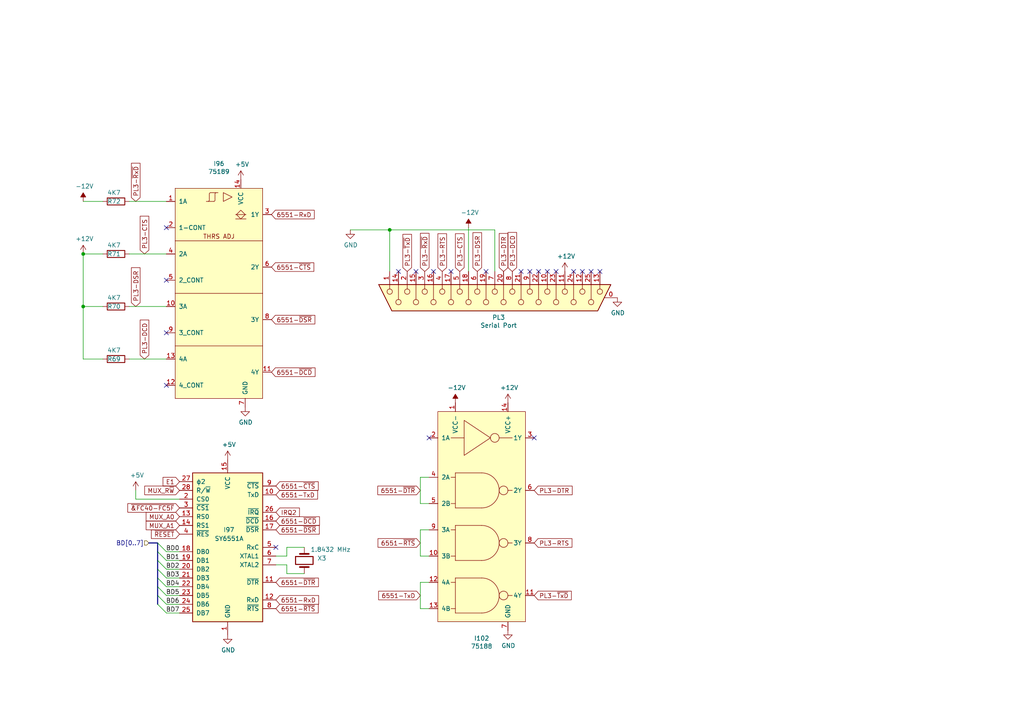
<source format=kicad_sch>
(kicad_sch (version 20211123) (generator eeschema)

  (uuid 3406438b-af44-4c6b-93b5-d0d24ae94a91)

  (paper "A4")

  (title_block
    (title "Serial Port & Controller")
    (date "2022-06-08")
    (rev "0.2")
    (company "DragonPlus Electronics")
    (comment 1 "John Whitworth")
    (comment 3 "including Richard Harding's Dragon Beta PCB images.")
    (comment 4 "Reverse Engineering of Dragon Beta from various sources")
    (comment 5 "Updated to correct SY6551 symbol error")
  )

  (lib_symbols
    (symbol "Connector:DB25_Female_MountingHoles" (pin_names (offset 1.016) hide) (in_bom yes) (on_board yes)
      (property "Reference" "J" (id 0) (at 0 36.83 0)
        (effects (font (size 1.27 1.27)))
      )
      (property "Value" "DB25_Female_MountingHoles" (id 1) (at 0 34.925 0)
        (effects (font (size 1.27 1.27)))
      )
      (property "Footprint" "" (id 2) (at 0 0 0)
        (effects (font (size 1.27 1.27)) hide)
      )
      (property "Datasheet" " ~" (id 3) (at 0 0 0)
        (effects (font (size 1.27 1.27)) hide)
      )
      (property "ki_keywords" "female D-SUB connector" (id 4) (at 0 0 0)
        (effects (font (size 1.27 1.27)) hide)
      )
      (property "ki_description" "25-pin female D-SUB connector, Mounting Hole" (id 5) (at 0 0 0)
        (effects (font (size 1.27 1.27)) hide)
      )
      (property "ki_fp_filters" "DSUB*Female*" (id 6) (at 0 0 0)
        (effects (font (size 1.27 1.27)) hide)
      )
      (symbol "DB25_Female_MountingHoles_0_1"
        (circle (center -1.778 -30.48) (radius 0.762)
          (stroke (width 0) (type default) (color 0 0 0 0))
          (fill (type none))
        )
        (circle (center -1.778 -25.4) (radius 0.762)
          (stroke (width 0) (type default) (color 0 0 0 0))
          (fill (type none))
        )
        (circle (center -1.778 -20.32) (radius 0.762)
          (stroke (width 0) (type default) (color 0 0 0 0))
          (fill (type none))
        )
        (circle (center -1.778 -15.24) (radius 0.762)
          (stroke (width 0) (type default) (color 0 0 0 0))
          (fill (type none))
        )
        (circle (center -1.778 -10.16) (radius 0.762)
          (stroke (width 0) (type default) (color 0 0 0 0))
          (fill (type none))
        )
        (circle (center -1.778 -5.08) (radius 0.762)
          (stroke (width 0) (type default) (color 0 0 0 0))
          (fill (type none))
        )
        (circle (center -1.778 0) (radius 0.762)
          (stroke (width 0) (type default) (color 0 0 0 0))
          (fill (type none))
        )
        (circle (center -1.778 5.08) (radius 0.762)
          (stroke (width 0) (type default) (color 0 0 0 0))
          (fill (type none))
        )
        (circle (center -1.778 10.16) (radius 0.762)
          (stroke (width 0) (type default) (color 0 0 0 0))
          (fill (type none))
        )
        (circle (center -1.778 15.24) (radius 0.762)
          (stroke (width 0) (type default) (color 0 0 0 0))
          (fill (type none))
        )
        (circle (center -1.778 20.32) (radius 0.762)
          (stroke (width 0) (type default) (color 0 0 0 0))
          (fill (type none))
        )
        (circle (center -1.778 25.4) (radius 0.762)
          (stroke (width 0) (type default) (color 0 0 0 0))
          (fill (type none))
        )
        (circle (center -1.778 30.48) (radius 0.762)
          (stroke (width 0) (type default) (color 0 0 0 0))
          (fill (type none))
        )
        (polyline
          (pts
            (xy -3.81 -30.48)
            (xy -2.54 -30.48)
          )
          (stroke (width 0) (type default) (color 0 0 0 0))
          (fill (type none))
        )
        (polyline
          (pts
            (xy -3.81 -27.94)
            (xy 0.508 -27.94)
          )
          (stroke (width 0) (type default) (color 0 0 0 0))
          (fill (type none))
        )
        (polyline
          (pts
            (xy -3.81 -25.4)
            (xy -2.54 -25.4)
          )
          (stroke (width 0) (type default) (color 0 0 0 0))
          (fill (type none))
        )
        (polyline
          (pts
            (xy -3.81 -22.86)
            (xy 0.508 -22.86)
          )
          (stroke (width 0) (type default) (color 0 0 0 0))
          (fill (type none))
        )
        (polyline
          (pts
            (xy -3.81 -20.32)
            (xy -2.54 -20.32)
          )
          (stroke (width 0) (type default) (color 0 0 0 0))
          (fill (type none))
        )
        (polyline
          (pts
            (xy -3.81 -17.78)
            (xy 0.508 -17.78)
          )
          (stroke (width 0) (type default) (color 0 0 0 0))
          (fill (type none))
        )
        (polyline
          (pts
            (xy -3.81 -15.24)
            (xy -2.54 -15.24)
          )
          (stroke (width 0) (type default) (color 0 0 0 0))
          (fill (type none))
        )
        (polyline
          (pts
            (xy -3.81 -12.7)
            (xy 0.508 -12.7)
          )
          (stroke (width 0) (type default) (color 0 0 0 0))
          (fill (type none))
        )
        (polyline
          (pts
            (xy -3.81 -10.16)
            (xy -2.54 -10.16)
          )
          (stroke (width 0) (type default) (color 0 0 0 0))
          (fill (type none))
        )
        (polyline
          (pts
            (xy -3.81 -7.62)
            (xy 0.508 -7.62)
          )
          (stroke (width 0) (type default) (color 0 0 0 0))
          (fill (type none))
        )
        (polyline
          (pts
            (xy -3.81 -5.08)
            (xy -2.54 -5.08)
          )
          (stroke (width 0) (type default) (color 0 0 0 0))
          (fill (type none))
        )
        (polyline
          (pts
            (xy -3.81 -2.54)
            (xy 0.508 -2.54)
          )
          (stroke (width 0) (type default) (color 0 0 0 0))
          (fill (type none))
        )
        (polyline
          (pts
            (xy -3.81 0)
            (xy -2.54 0)
          )
          (stroke (width 0) (type default) (color 0 0 0 0))
          (fill (type none))
        )
        (polyline
          (pts
            (xy -3.81 2.54)
            (xy 0.508 2.54)
          )
          (stroke (width 0) (type default) (color 0 0 0 0))
          (fill (type none))
        )
        (polyline
          (pts
            (xy -3.81 5.08)
            (xy -2.54 5.08)
          )
          (stroke (width 0) (type default) (color 0 0 0 0))
          (fill (type none))
        )
        (polyline
          (pts
            (xy -3.81 7.62)
            (xy 0.508 7.62)
          )
          (stroke (width 0) (type default) (color 0 0 0 0))
          (fill (type none))
        )
        (polyline
          (pts
            (xy -3.81 10.16)
            (xy -2.54 10.16)
          )
          (stroke (width 0) (type default) (color 0 0 0 0))
          (fill (type none))
        )
        (polyline
          (pts
            (xy -3.81 12.7)
            (xy 0.508 12.7)
          )
          (stroke (width 0) (type default) (color 0 0 0 0))
          (fill (type none))
        )
        (polyline
          (pts
            (xy -3.81 15.24)
            (xy -2.54 15.24)
          )
          (stroke (width 0) (type default) (color 0 0 0 0))
          (fill (type none))
        )
        (polyline
          (pts
            (xy -3.81 17.78)
            (xy 0.508 17.78)
          )
          (stroke (width 0) (type default) (color 0 0 0 0))
          (fill (type none))
        )
        (polyline
          (pts
            (xy -3.81 20.32)
            (xy -2.54 20.32)
          )
          (stroke (width 0) (type default) (color 0 0 0 0))
          (fill (type none))
        )
        (polyline
          (pts
            (xy -3.81 22.86)
            (xy 0.508 22.86)
          )
          (stroke (width 0) (type default) (color 0 0 0 0))
          (fill (type none))
        )
        (polyline
          (pts
            (xy -3.81 25.4)
            (xy -2.54 25.4)
          )
          (stroke (width 0) (type default) (color 0 0 0 0))
          (fill (type none))
        )
        (polyline
          (pts
            (xy -3.81 27.94)
            (xy 0.508 27.94)
          )
          (stroke (width 0) (type default) (color 0 0 0 0))
          (fill (type none))
        )
        (polyline
          (pts
            (xy -3.81 30.48)
            (xy -2.54 30.48)
          )
          (stroke (width 0) (type default) (color 0 0 0 0))
          (fill (type none))
        )
        (polyline
          (pts
            (xy -3.81 33.655)
            (xy 3.81 29.845)
            (xy 3.81 -29.845)
            (xy -3.81 -33.655)
            (xy -3.81 33.655)
          )
          (stroke (width 0.254) (type default) (color 0 0 0 0))
          (fill (type background))
        )
        (circle (center 1.27 -27.94) (radius 0.762)
          (stroke (width 0) (type default) (color 0 0 0 0))
          (fill (type none))
        )
        (circle (center 1.27 -22.86) (radius 0.762)
          (stroke (width 0) (type default) (color 0 0 0 0))
          (fill (type none))
        )
        (circle (center 1.27 -17.78) (radius 0.762)
          (stroke (width 0) (type default) (color 0 0 0 0))
          (fill (type none))
        )
        (circle (center 1.27 -12.7) (radius 0.762)
          (stroke (width 0) (type default) (color 0 0 0 0))
          (fill (type none))
        )
        (circle (center 1.27 -7.62) (radius 0.762)
          (stroke (width 0) (type default) (color 0 0 0 0))
          (fill (type none))
        )
        (circle (center 1.27 -2.54) (radius 0.762)
          (stroke (width 0) (type default) (color 0 0 0 0))
          (fill (type none))
        )
        (circle (center 1.27 2.54) (radius 0.762)
          (stroke (width 0) (type default) (color 0 0 0 0))
          (fill (type none))
        )
        (circle (center 1.27 7.62) (radius 0.762)
          (stroke (width 0) (type default) (color 0 0 0 0))
          (fill (type none))
        )
        (circle (center 1.27 12.7) (radius 0.762)
          (stroke (width 0) (type default) (color 0 0 0 0))
          (fill (type none))
        )
        (circle (center 1.27 17.78) (radius 0.762)
          (stroke (width 0) (type default) (color 0 0 0 0))
          (fill (type none))
        )
        (circle (center 1.27 22.86) (radius 0.762)
          (stroke (width 0) (type default) (color 0 0 0 0))
          (fill (type none))
        )
        (circle (center 1.27 27.94) (radius 0.762)
          (stroke (width 0) (type default) (color 0 0 0 0))
          (fill (type none))
        )
      )
      (symbol "DB25_Female_MountingHoles_1_1"
        (pin passive line (at 0 -35.56 90) (length 3.81)
          (name "PAD" (effects (font (size 1.27 1.27))))
          (number "0" (effects (font (size 1.27 1.27))))
        )
        (pin passive line (at -7.62 30.48 0) (length 3.81)
          (name "1" (effects (font (size 1.27 1.27))))
          (number "1" (effects (font (size 1.27 1.27))))
        )
        (pin passive line (at -7.62 -15.24 0) (length 3.81)
          (name "10" (effects (font (size 1.27 1.27))))
          (number "10" (effects (font (size 1.27 1.27))))
        )
        (pin passive line (at -7.62 -20.32 0) (length 3.81)
          (name "11" (effects (font (size 1.27 1.27))))
          (number "11" (effects (font (size 1.27 1.27))))
        )
        (pin passive line (at -7.62 -25.4 0) (length 3.81)
          (name "12" (effects (font (size 1.27 1.27))))
          (number "12" (effects (font (size 1.27 1.27))))
        )
        (pin passive line (at -7.62 -30.48 0) (length 3.81)
          (name "13" (effects (font (size 1.27 1.27))))
          (number "13" (effects (font (size 1.27 1.27))))
        )
        (pin passive line (at -7.62 27.94 0) (length 3.81)
          (name "P14" (effects (font (size 1.27 1.27))))
          (number "14" (effects (font (size 1.27 1.27))))
        )
        (pin passive line (at -7.62 22.86 0) (length 3.81)
          (name "P15" (effects (font (size 1.27 1.27))))
          (number "15" (effects (font (size 1.27 1.27))))
        )
        (pin passive line (at -7.62 17.78 0) (length 3.81)
          (name "P16" (effects (font (size 1.27 1.27))))
          (number "16" (effects (font (size 1.27 1.27))))
        )
        (pin passive line (at -7.62 12.7 0) (length 3.81)
          (name "P17" (effects (font (size 1.27 1.27))))
          (number "17" (effects (font (size 1.27 1.27))))
        )
        (pin passive line (at -7.62 7.62 0) (length 3.81)
          (name "P18" (effects (font (size 1.27 1.27))))
          (number "18" (effects (font (size 1.27 1.27))))
        )
        (pin passive line (at -7.62 2.54 0) (length 3.81)
          (name "P19" (effects (font (size 1.27 1.27))))
          (number "19" (effects (font (size 1.27 1.27))))
        )
        (pin passive line (at -7.62 25.4 0) (length 3.81)
          (name "2" (effects (font (size 1.27 1.27))))
          (number "2" (effects (font (size 1.27 1.27))))
        )
        (pin passive line (at -7.62 -2.54 0) (length 3.81)
          (name "P20" (effects (font (size 1.27 1.27))))
          (number "20" (effects (font (size 1.27 1.27))))
        )
        (pin passive line (at -7.62 -7.62 0) (length 3.81)
          (name "P21" (effects (font (size 1.27 1.27))))
          (number "21" (effects (font (size 1.27 1.27))))
        )
        (pin passive line (at -7.62 -12.7 0) (length 3.81)
          (name "P22" (effects (font (size 1.27 1.27))))
          (number "22" (effects (font (size 1.27 1.27))))
        )
        (pin passive line (at -7.62 -17.78 0) (length 3.81)
          (name "P23" (effects (font (size 1.27 1.27))))
          (number "23" (effects (font (size 1.27 1.27))))
        )
        (pin passive line (at -7.62 -22.86 0) (length 3.81)
          (name "P24" (effects (font (size 1.27 1.27))))
          (number "24" (effects (font (size 1.27 1.27))))
        )
        (pin passive line (at -7.62 -27.94 0) (length 3.81)
          (name "P25" (effects (font (size 1.27 1.27))))
          (number "25" (effects (font (size 1.27 1.27))))
        )
        (pin passive line (at -7.62 20.32 0) (length 3.81)
          (name "3" (effects (font (size 1.27 1.27))))
          (number "3" (effects (font (size 1.27 1.27))))
        )
        (pin passive line (at -7.62 15.24 0) (length 3.81)
          (name "4" (effects (font (size 1.27 1.27))))
          (number "4" (effects (font (size 1.27 1.27))))
        )
        (pin passive line (at -7.62 10.16 0) (length 3.81)
          (name "5" (effects (font (size 1.27 1.27))))
          (number "5" (effects (font (size 1.27 1.27))))
        )
        (pin passive line (at -7.62 5.08 0) (length 3.81)
          (name "6" (effects (font (size 1.27 1.27))))
          (number "6" (effects (font (size 1.27 1.27))))
        )
        (pin passive line (at -7.62 0 0) (length 3.81)
          (name "7" (effects (font (size 1.27 1.27))))
          (number "7" (effects (font (size 1.27 1.27))))
        )
        (pin passive line (at -7.62 -5.08 0) (length 3.81)
          (name "8" (effects (font (size 1.27 1.27))))
          (number "8" (effects (font (size 1.27 1.27))))
        )
        (pin passive line (at -7.62 -10.16 0) (length 3.81)
          (name "9" (effects (font (size 1.27 1.27))))
          (number "9" (effects (font (size 1.27 1.27))))
        )
      )
    )
    (symbol "Device:Crystal" (pin_numbers hide) (pin_names (offset 1.016) hide) (in_bom yes) (on_board yes)
      (property "Reference" "Y" (id 0) (at 0 3.81 0)
        (effects (font (size 1.27 1.27)))
      )
      (property "Value" "Crystal" (id 1) (at 0 -3.81 0)
        (effects (font (size 1.27 1.27)))
      )
      (property "Footprint" "" (id 2) (at 0 0 0)
        (effects (font (size 1.27 1.27)) hide)
      )
      (property "Datasheet" "~" (id 3) (at 0 0 0)
        (effects (font (size 1.27 1.27)) hide)
      )
      (property "ki_keywords" "quartz ceramic resonator oscillator" (id 4) (at 0 0 0)
        (effects (font (size 1.27 1.27)) hide)
      )
      (property "ki_description" "Two pin crystal" (id 5) (at 0 0 0)
        (effects (font (size 1.27 1.27)) hide)
      )
      (property "ki_fp_filters" "Crystal*" (id 6) (at 0 0 0)
        (effects (font (size 1.27 1.27)) hide)
      )
      (symbol "Crystal_0_1"
        (rectangle (start -1.143 2.54) (end 1.143 -2.54)
          (stroke (width 0.3048) (type default) (color 0 0 0 0))
          (fill (type none))
        )
        (polyline
          (pts
            (xy -2.54 0)
            (xy -1.905 0)
          )
          (stroke (width 0) (type default) (color 0 0 0 0))
          (fill (type none))
        )
        (polyline
          (pts
            (xy -1.905 -1.27)
            (xy -1.905 1.27)
          )
          (stroke (width 0.508) (type default) (color 0 0 0 0))
          (fill (type none))
        )
        (polyline
          (pts
            (xy 1.905 -1.27)
            (xy 1.905 1.27)
          )
          (stroke (width 0.508) (type default) (color 0 0 0 0))
          (fill (type none))
        )
        (polyline
          (pts
            (xy 2.54 0)
            (xy 1.905 0)
          )
          (stroke (width 0) (type default) (color 0 0 0 0))
          (fill (type none))
        )
      )
      (symbol "Crystal_1_1"
        (pin passive line (at -3.81 0 0) (length 1.27)
          (name "1" (effects (font (size 1.27 1.27))))
          (number "1" (effects (font (size 1.27 1.27))))
        )
        (pin passive line (at 3.81 0 180) (length 1.27)
          (name "2" (effects (font (size 1.27 1.27))))
          (number "2" (effects (font (size 1.27 1.27))))
        )
      )
    )
    (symbol "Device:R" (pin_numbers hide) (pin_names (offset 0)) (in_bom yes) (on_board yes)
      (property "Reference" "R" (id 0) (at 2.032 0 90)
        (effects (font (size 1.27 1.27)))
      )
      (property "Value" "R" (id 1) (at 0 0 90)
        (effects (font (size 1.27 1.27)))
      )
      (property "Footprint" "" (id 2) (at -1.778 0 90)
        (effects (font (size 1.27 1.27)) hide)
      )
      (property "Datasheet" "~" (id 3) (at 0 0 0)
        (effects (font (size 1.27 1.27)) hide)
      )
      (property "ki_keywords" "R res resistor" (id 4) (at 0 0 0)
        (effects (font (size 1.27 1.27)) hide)
      )
      (property "ki_description" "Resistor" (id 5) (at 0 0 0)
        (effects (font (size 1.27 1.27)) hide)
      )
      (property "ki_fp_filters" "R_*" (id 6) (at 0 0 0)
        (effects (font (size 1.27 1.27)) hide)
      )
      (symbol "R_0_1"
        (rectangle (start -1.016 -2.54) (end 1.016 2.54)
          (stroke (width 0.254) (type default) (color 0 0 0 0))
          (fill (type none))
        )
      )
      (symbol "R_1_1"
        (pin passive line (at 0 3.81 270) (length 1.27)
          (name "~" (effects (font (size 1.27 1.27))))
          (number "1" (effects (font (size 1.27 1.27))))
        )
        (pin passive line (at 0 -3.81 90) (length 1.27)
          (name "~" (effects (font (size 1.27 1.27))))
          (number "2" (effects (font (size 1.27 1.27))))
        )
      )
    )
    (symbol "DgnBeta-rescue:75189-JWs_components" (pin_names (offset 1.016)) (in_bom yes) (on_board yes)
      (property "Reference" "U" (id 0) (at -11.43 31.75 0)
        (effects (font (size 1.27 1.27)) (justify left))
      )
      (property "Value" "75189-JWs_components" (id 1) (at -11.43 -31.75 0)
        (effects (font (size 1.27 1.27)) (justify left))
      )
      (property "Footprint" "Package_DIP:DIP-14_W7.62mm" (id 2) (at 0 -34.29 0)
        (effects (font (size 1.27 1.27) italic) hide)
      )
      (property "Datasheet" "" (id 3) (at -3.81 -54.61 0)
        (effects (font (size 1.27 1.27)) hide)
      )
      (property "ki_fp_filters" "DIP*W15.24mm*" (id 4) (at 0 0 0)
        (effects (font (size 1.27 1.27)) hide)
      )
      (symbol "75189-JWs_components_0_0"
        (rectangle (start -12.7 30.48) (end 12.7 -30.48)
          (stroke (width 0) (type default) (color 0 0 0 0))
          (fill (type background))
        )
        (polyline
          (pts
            (xy -12.7 -15.24)
            (xy 12.7 -15.24)
          )
          (stroke (width 0) (type default) (color 0 0 0 0))
          (fill (type none))
        )
        (polyline
          (pts
            (xy -12.7 0)
            (xy 12.7 0)
          )
          (stroke (width 0) (type default) (color 0 0 0 0))
          (fill (type none))
        )
        (polyline
          (pts
            (xy -12.7 15.24)
            (xy 12.7 15.24)
          )
          (stroke (width 0) (type default) (color 0 0 0 0))
          (fill (type none))
        )
        (polyline
          (pts
            (xy -1.397 26.67)
            (xy -3.048 26.67)
          )
          (stroke (width 0) (type default) (color 0 0 0 0))
          (fill (type none))
        )
        (polyline
          (pts
            (xy 4.826 21.59)
            (xy 7.874 21.59)
          )
          (stroke (width 0) (type default) (color 0 0 0 0))
          (fill (type none))
        )
        (polyline
          (pts
            (xy 4.826 22.86)
            (xy 7.874 22.86)
          )
          (stroke (width 0) (type default) (color 0 0 0 0))
          (fill (type none))
        )
        (polyline
          (pts
            (xy -0.889 29.21)
            (xy -1.143 28.956)
            (xy -1.143 26.924)
            (xy -1.397 26.67)
          )
          (stroke (width 0) (type default) (color 0 0 0 0))
          (fill (type none))
        )
        (polyline
          (pts
            (xy 1.27 29.21)
            (xy 1.27 26.67)
            (xy 3.81 27.94)
            (xy 1.27 29.21)
          )
          (stroke (width 0) (type default) (color 0 0 0 0))
          (fill (type none))
        )
        (polyline
          (pts
            (xy -0.254 29.21)
            (xy -2.54 29.21)
            (xy -2.794 28.956)
            (xy -2.794 26.924)
            (xy -3.048 26.67)
            (xy -3.683 26.67)
          )
          (stroke (width 0) (type default) (color 0 0 0 0))
          (fill (type none))
        )
        (polyline
          (pts
            (xy 6.35 24.13)
            (xy 5.08 22.86)
            (xy 6.35 21.59)
            (xy 7.62 22.86)
            (xy 6.35 24.13)
            (xy 7.62 22.86)
          )
          (stroke (width 0) (type default) (color 0 0 0 0))
          (fill (type none))
        )
        (text "THRS ADJ" (at 0 16.51 0)
          (effects (font (size 1.27 1.27)))
        )
      )
      (symbol "75189-JWs_components_1_1"
        (pin input line (at -15.24 26.67 0) (length 2.54)
          (name "1A" (effects (font (size 1.27 1.27))))
          (number "1" (effects (font (size 1.27 1.27))))
        )
        (pin input line (at -15.24 -3.81 0) (length 2.54)
          (name "3A" (effects (font (size 1.27 1.27))))
          (number "10" (effects (font (size 1.27 1.27))))
        )
        (pin output line (at 15.24 -22.86 180) (length 2.54)
          (name "4Y" (effects (font (size 1.27 1.27))))
          (number "11" (effects (font (size 1.27 1.27))))
        )
        (pin input line (at -15.24 -26.67 0) (length 2.54)
          (name "4_CONT" (effects (font (size 1.27 1.27))))
          (number "12" (effects (font (size 1.27 1.27))))
        )
        (pin input line (at -15.24 -19.05 0) (length 2.54)
          (name "4A" (effects (font (size 1.27 1.27))))
          (number "13" (effects (font (size 1.27 1.27))))
        )
        (pin power_in line (at 6.35 33.02 270) (length 2.54)
          (name "VCC" (effects (font (size 1.27 1.27))))
          (number "14" (effects (font (size 1.27 1.27))))
        )
        (pin input line (at -15.24 19.05 0) (length 2.54)
          (name "1-CONT" (effects (font (size 1.27 1.27))))
          (number "2" (effects (font (size 1.27 1.27))))
        )
        (pin output line (at 15.24 22.86 180) (length 2.54)
          (name "1Y" (effects (font (size 1.27 1.27))))
          (number "3" (effects (font (size 1.27 1.27))))
        )
        (pin input line (at -15.24 11.43 0) (length 2.54)
          (name "2A" (effects (font (size 1.27 1.27))))
          (number "4" (effects (font (size 1.27 1.27))))
        )
        (pin input line (at -15.24 3.81 0) (length 2.54)
          (name "2_CONT" (effects (font (size 1.27 1.27))))
          (number "5" (effects (font (size 1.27 1.27))))
        )
        (pin output line (at 15.24 7.62 180) (length 2.54)
          (name "2Y" (effects (font (size 1.27 1.27))))
          (number "6" (effects (font (size 1.27 1.27))))
        )
        (pin power_in line (at 7.62 -33.02 90) (length 2.54)
          (name "GND" (effects (font (size 1.27 1.27))))
          (number "7" (effects (font (size 1.27 1.27))))
        )
        (pin output line (at 15.24 -7.62 180) (length 2.54)
          (name "3Y" (effects (font (size 1.27 1.27))))
          (number "8" (effects (font (size 1.27 1.27))))
        )
        (pin input line (at -15.24 -11.43 0) (length 2.54)
          (name "3_CONT" (effects (font (size 1.27 1.27))))
          (number "9" (effects (font (size 1.27 1.27))))
        )
      )
    )
    (symbol "JWs_components:75188" (pin_names (offset 1.016)) (in_bom yes) (on_board yes)
      (property "Reference" "U" (id 0) (at 3.81 16.51 0)
        (effects (font (size 1.27 1.27)) (justify left))
      )
      (property "Value" "JWs_components_75188" (id 1) (at -11.43 -31.75 0)
        (effects (font (size 1.27 1.27)) (justify left))
      )
      (property "Footprint" "Package_DIP:DIP-14_W7.62mm" (id 2) (at 0 -34.29 0)
        (effects (font (size 1.27 1.27) italic) hide)
      )
      (property "Datasheet" "" (id 3) (at -3.81 -54.61 0)
        (effects (font (size 1.27 1.27)) hide)
      )
      (property "ki_fp_filters" "DIP*W15.24mm*" (id 4) (at 0 0 0)
        (effects (font (size 1.27 1.27)) hide)
      )
      (symbol "75188_0_0"
        (rectangle (start -12.7 30.48) (end 12.7 -30.48)
          (stroke (width 0) (type default) (color 0 0 0 0))
          (fill (type background))
        )
        (polyline
          (pts
            (xy -8.89 -26.67)
            (xy -7.62 -26.67)
          )
          (stroke (width 0) (type default) (color 0 0 0 0))
          (fill (type none))
        )
        (polyline
          (pts
            (xy -8.89 -19.05)
            (xy -7.62 -19.05)
          )
          (stroke (width 0) (type default) (color 0 0 0 0))
          (fill (type none))
        )
        (polyline
          (pts
            (xy -8.89 -11.43)
            (xy -7.62 -11.43)
          )
          (stroke (width 0) (type default) (color 0 0 0 0))
          (fill (type none))
        )
        (polyline
          (pts
            (xy -8.89 -3.81)
            (xy -7.62 -3.81)
          )
          (stroke (width 0) (type default) (color 0 0 0 0))
          (fill (type none))
        )
        (polyline
          (pts
            (xy -8.89 3.81)
            (xy -7.62 3.81)
          )
          (stroke (width 0) (type default) (color 0 0 0 0))
          (fill (type none))
        )
        (polyline
          (pts
            (xy -8.89 11.43)
            (xy -7.62 11.43)
          )
          (stroke (width 0) (type default) (color 0 0 0 0))
          (fill (type none))
        )
        (polyline
          (pts
            (xy -5.08 22.86)
            (xy -8.89 22.86)
          )
          (stroke (width 0) (type default) (color 0 0 0 0))
          (fill (type none))
        )
        (polyline
          (pts
            (xy 5.08 22.86)
            (xy 8.89 22.86)
          )
          (stroke (width 0) (type default) (color 0 0 0 0))
          (fill (type none))
        )
        (polyline
          (pts
            (xy 7.62 -22.86)
            (xy 8.89 -22.86)
          )
          (stroke (width 0) (type default) (color 0 0 0 0))
          (fill (type none))
        )
        (polyline
          (pts
            (xy 7.62 -7.62)
            (xy 8.89 -7.62)
          )
          (stroke (width 0) (type default) (color 0 0 0 0))
          (fill (type none))
        )
        (polyline
          (pts
            (xy 7.62 7.62)
            (xy 8.89 7.62)
          )
          (stroke (width 0) (type default) (color 0 0 0 0))
          (fill (type none))
        )
      )
      (symbol "75188_0_1"
        (rectangle (start -7.62 -27.94) (end -7.62 -17.78)
          (stroke (width 0) (type default) (color 0 0 0 0))
          (fill (type none))
        )
        (rectangle (start -7.62 -27.94) (end 0 -27.94)
          (stroke (width 0) (type default) (color 0 0 0 0))
          (fill (type none))
        )
        (rectangle (start -7.62 -12.7) (end -7.62 -2.54)
          (stroke (width 0) (type default) (color 0 0 0 0))
          (fill (type none))
        )
        (rectangle (start -7.62 -12.7) (end 0 -12.7)
          (stroke (width 0) (type default) (color 0 0 0 0))
          (fill (type none))
        )
        (rectangle (start -7.62 2.54) (end -7.62 12.7)
          (stroke (width 0) (type default) (color 0 0 0 0))
          (fill (type none))
        )
        (rectangle (start -7.62 2.54) (end 0 2.54)
          (stroke (width 0) (type default) (color 0 0 0 0))
          (fill (type none))
        )
        (arc (start 0 -27.94) (mid 5.08 -22.86) (end 0 -17.78)
          (stroke (width 0) (type default) (color 0 0 0 0))
          (fill (type none))
        )
        (rectangle (start 0 -17.78) (end -7.62 -17.78)
          (stroke (width 0) (type default) (color 0 0 0 0))
          (fill (type none))
        )
        (arc (start 0 -12.7) (mid 5.08 -7.62) (end 0 -2.54)
          (stroke (width 0) (type default) (color 0 0 0 0))
          (fill (type none))
        )
        (rectangle (start 0 -2.54) (end -7.62 -2.54)
          (stroke (width 0) (type default) (color 0 0 0 0))
          (fill (type none))
        )
        (polyline
          (pts
            (xy 2.54 22.86)
            (xy -5.08 17.78)
            (xy -5.08 27.94)
            (xy 2.54 22.86)
          )
          (stroke (width 0) (type default) (color 0 0 0 0))
          (fill (type none))
        )
        (arc (start 0 2.54) (mid 5.08 7.62) (end 0 12.7)
          (stroke (width 0) (type default) (color 0 0 0 0))
          (fill (type none))
        )
        (rectangle (start 0 12.7) (end -7.62 12.7)
          (stroke (width 0) (type default) (color 0 0 0 0))
          (fill (type none))
        )
        (circle (center 3.81 22.86) (radius 1.27)
          (stroke (width 0) (type default) (color 0 0 0 0))
          (fill (type none))
        )
        (circle (center 6.35 -22.86) (radius 1.27)
          (stroke (width 0) (type default) (color 0 0 0 0))
          (fill (type none))
        )
        (circle (center 6.35 -7.62) (radius 1.27)
          (stroke (width 0) (type default) (color 0 0 0 0))
          (fill (type none))
        )
        (circle (center 6.35 7.62) (radius 1.27)
          (stroke (width 0) (type default) (color 0 0 0 0))
          (fill (type none))
        )
      )
      (symbol "75188_1_1"
        (pin power_in line (at -7.62 33.02 270) (length 2.54)
          (name "VCC-" (effects (font (size 1.27 1.27))))
          (number "1" (effects (font (size 1.27 1.27))))
        )
        (pin input line (at -15.24 -11.43 0) (length 2.54)
          (name "3B" (effects (font (size 1.27 1.27))))
          (number "10" (effects (font (size 1.27 1.27))))
        )
        (pin output line (at 15.24 -22.86 180) (length 2.54)
          (name "4Y" (effects (font (size 1.27 1.27))))
          (number "11" (effects (font (size 1.27 1.27))))
        )
        (pin input line (at -15.24 -19.05 0) (length 2.54)
          (name "4A" (effects (font (size 1.27 1.27))))
          (number "12" (effects (font (size 1.27 1.27))))
        )
        (pin input line (at -15.24 -26.67 0) (length 2.54)
          (name "4B" (effects (font (size 1.27 1.27))))
          (number "13" (effects (font (size 1.27 1.27))))
        )
        (pin power_in line (at 7.62 33.02 270) (length 2.54)
          (name "VCC+" (effects (font (size 1.27 1.27))))
          (number "14" (effects (font (size 1.27 1.27))))
        )
        (pin input line (at -15.24 22.86 0) (length 2.54)
          (name "1A" (effects (font (size 1.27 1.27))))
          (number "2" (effects (font (size 1.27 1.27))))
        )
        (pin output line (at 15.24 22.86 180) (length 2.54)
          (name "1Y" (effects (font (size 1.27 1.27))))
          (number "3" (effects (font (size 1.27 1.27))))
        )
        (pin input line (at -15.24 11.43 0) (length 2.54)
          (name "2A" (effects (font (size 1.27 1.27))))
          (number "4" (effects (font (size 1.27 1.27))))
        )
        (pin input line (at -15.24 3.81 0) (length 2.54)
          (name "2B" (effects (font (size 1.27 1.27))))
          (number "5" (effects (font (size 1.27 1.27))))
        )
        (pin output line (at 15.24 7.62 180) (length 2.54)
          (name "2Y" (effects (font (size 1.27 1.27))))
          (number "6" (effects (font (size 1.27 1.27))))
        )
        (pin power_in line (at 7.62 -33.02 90) (length 2.54)
          (name "GND" (effects (font (size 1.27 1.27))))
          (number "7" (effects (font (size 1.27 1.27))))
        )
        (pin output line (at 15.24 -7.62 180) (length 2.54)
          (name "3Y" (effects (font (size 1.27 1.27))))
          (number "8" (effects (font (size 1.27 1.27))))
        )
        (pin input line (at -15.24 -3.81 0) (length 2.54)
          (name "3A" (effects (font (size 1.27 1.27))))
          (number "9" (effects (font (size 1.27 1.27))))
        )
      )
    )
    (symbol "ROM_RAM:SY6551A" (pin_names (offset 1.016)) (in_bom yes) (on_board yes)
      (property "Reference" "U" (id 0) (at -10.16 22.86 0)
        (effects (font (size 1.27 1.27)) (justify left))
      )
      (property "Value" "SY6551A" (id 1) (at 15.24 21.59 0)
        (effects (font (size 1.27 1.27)) (justify left))
      )
      (property "Footprint" "Package_DIP:DIP-28_W15.24mm" (id 2) (at -2.54 0 90)
        (effects (font (size 1.27 1.27) italic) hide)
      )
      (property "Datasheet" "" (id 3) (at 11.43 -16.51 0)
        (effects (font (size 1.27 1.27)) hide)
      )
      (property "ki_description" "Asynchronous Communication Interface Adapter" (id 4) (at 0 0 0)
        (effects (font (size 1.27 1.27)) hide)
      )
      (property "ki_fp_filters" "DIP*W15.24mm*" (id 5) (at 0 0 0)
        (effects (font (size 1.27 1.27)) hide)
      )
      (symbol "SY6551A_0_1"
        (rectangle (start -10.16 -21.59) (end 10.16 21.59)
          (stroke (width 0.254) (type default) (color 0 0 0 0))
          (fill (type background))
        )
      )
      (symbol "SY6551A_1_1"
        (pin power_in line (at 0 -25.4 90) (length 3.81)
          (name "GND" (effects (font (size 1.27 1.27))))
          (number "1" (effects (font (size 1.27 1.27))))
        )
        (pin output line (at 13.97 15.24 180) (length 3.81)
          (name "TxD" (effects (font (size 1.27 1.27))))
          (number "10" (effects (font (size 1.27 1.27))))
        )
        (pin output line (at 13.97 -10.16 180) (length 3.81)
          (name "~{DTR}" (effects (font (size 1.27 1.27))))
          (number "11" (effects (font (size 1.27 1.27))))
        )
        (pin input line (at 13.97 -15.24 180) (length 3.81)
          (name "RxD" (effects (font (size 1.27 1.27))))
          (number "12" (effects (font (size 1.27 1.27))))
        )
        (pin input line (at -13.97 8.89 0) (length 3.81)
          (name "RS0" (effects (font (size 1.27 1.27))))
          (number "13" (effects (font (size 1.27 1.27))))
        )
        (pin input line (at -13.97 6.35 0) (length 3.81)
          (name "RS1" (effects (font (size 1.27 1.27))))
          (number "14" (effects (font (size 1.27 1.27))))
        )
        (pin power_in line (at 0 25.4 270) (length 3.81)
          (name "VCC" (effects (font (size 1.27 1.27))))
          (number "15" (effects (font (size 1.27 1.27))))
        )
        (pin input line (at 13.97 7.62 180) (length 3.81)
          (name "~{DCD}" (effects (font (size 1.27 1.27))))
          (number "16" (effects (font (size 1.27 1.27))))
        )
        (pin input line (at 13.97 5.08 180) (length 3.81)
          (name "~{DSR}" (effects (font (size 1.27 1.27))))
          (number "17" (effects (font (size 1.27 1.27))))
        )
        (pin bidirectional line (at -13.97 -1.27 0) (length 3.81)
          (name "DB0" (effects (font (size 1.27 1.27))))
          (number "18" (effects (font (size 1.27 1.27))))
        )
        (pin bidirectional line (at -13.97 -3.81 0) (length 3.81)
          (name "DB1" (effects (font (size 1.27 1.27))))
          (number "19" (effects (font (size 1.27 1.27))))
        )
        (pin input line (at -13.97 13.97 0) (length 3.81)
          (name "CS0" (effects (font (size 1.27 1.27))))
          (number "2" (effects (font (size 1.27 1.27))))
        )
        (pin bidirectional line (at -13.97 -6.35 0) (length 3.81)
          (name "DB2" (effects (font (size 1.27 1.27))))
          (number "20" (effects (font (size 1.27 1.27))))
        )
        (pin bidirectional line (at -13.97 -8.89 0) (length 3.81)
          (name "DB3" (effects (font (size 1.27 1.27))))
          (number "21" (effects (font (size 1.27 1.27))))
        )
        (pin bidirectional line (at -13.97 -11.43 0) (length 3.81)
          (name "DB4" (effects (font (size 1.27 1.27))))
          (number "22" (effects (font (size 1.27 1.27))))
        )
        (pin bidirectional line (at -13.97 -13.97 0) (length 3.81)
          (name "DB5" (effects (font (size 1.27 1.27))))
          (number "23" (effects (font (size 1.27 1.27))))
        )
        (pin bidirectional line (at -13.97 -16.51 0) (length 3.81)
          (name "DB6" (effects (font (size 1.27 1.27))))
          (number "24" (effects (font (size 1.27 1.27))))
        )
        (pin bidirectional line (at -13.97 -19.05 0) (length 3.81)
          (name "DB7" (effects (font (size 1.27 1.27))))
          (number "25" (effects (font (size 1.27 1.27))))
        )
        (pin output line (at 13.97 10.16 180) (length 3.81)
          (name "~{IRQ}" (effects (font (size 1.27 1.27))))
          (number "26" (effects (font (size 1.27 1.27))))
        )
        (pin input line (at -13.97 19.05 0) (length 3.81)
          (name "ϕ2" (effects (font (size 1.27 1.27))))
          (number "27" (effects (font (size 1.27 1.27))))
        )
        (pin input line (at -13.97 16.51 0) (length 3.81)
          (name "R/~{W}" (effects (font (size 1.27 1.27))))
          (number "28" (effects (font (size 1.27 1.27))))
        )
        (pin input line (at -13.97 11.43 0) (length 3.81)
          (name "~{CS1}" (effects (font (size 1.27 1.27))))
          (number "3" (effects (font (size 1.27 1.27))))
        )
        (pin input line (at -13.97 3.81 0) (length 3.81)
          (name "~{RES}" (effects (font (size 1.27 1.27))))
          (number "4" (effects (font (size 1.27 1.27))))
        )
        (pin bidirectional line (at 13.97 0 180) (length 3.81)
          (name "RxC" (effects (font (size 1.27 1.27))))
          (number "5" (effects (font (size 1.27 1.27))))
        )
        (pin input line (at 13.97 -2.54 180) (length 3.81)
          (name "XTAL1" (effects (font (size 1.27 1.27))))
          (number "6" (effects (font (size 1.27 1.27))))
        )
        (pin input line (at 13.97 -5.08 180) (length 3.81)
          (name "XTAL2" (effects (font (size 1.27 1.27))))
          (number "7" (effects (font (size 1.27 1.27))))
        )
        (pin output line (at 13.97 -17.78 180) (length 3.81)
          (name "~{RTS}" (effects (font (size 1.27 1.27))))
          (number "8" (effects (font (size 1.27 1.27))))
        )
        (pin input line (at 13.97 17.78 180) (length 3.81)
          (name "~{CTS}" (effects (font (size 1.27 1.27))))
          (number "9" (effects (font (size 1.27 1.27))))
        )
      )
    )
    (symbol "power:+12V" (power) (pin_names (offset 0)) (in_bom yes) (on_board yes)
      (property "Reference" "#PWR" (id 0) (at 0 -3.81 0)
        (effects (font (size 1.27 1.27)) hide)
      )
      (property "Value" "+12V" (id 1) (at 0 3.556 0)
        (effects (font (size 1.27 1.27)))
      )
      (property "Footprint" "" (id 2) (at 0 0 0)
        (effects (font (size 1.27 1.27)) hide)
      )
      (property "Datasheet" "" (id 3) (at 0 0 0)
        (effects (font (size 1.27 1.27)) hide)
      )
      (property "ki_keywords" "power-flag" (id 4) (at 0 0 0)
        (effects (font (size 1.27 1.27)) hide)
      )
      (property "ki_description" "Power symbol creates a global label with name \"+12V\"" (id 5) (at 0 0 0)
        (effects (font (size 1.27 1.27)) hide)
      )
      (symbol "+12V_0_1"
        (polyline
          (pts
            (xy -0.762 1.27)
            (xy 0 2.54)
          )
          (stroke (width 0) (type default) (color 0 0 0 0))
          (fill (type none))
        )
        (polyline
          (pts
            (xy 0 0)
            (xy 0 2.54)
          )
          (stroke (width 0) (type default) (color 0 0 0 0))
          (fill (type none))
        )
        (polyline
          (pts
            (xy 0 2.54)
            (xy 0.762 1.27)
          )
          (stroke (width 0) (type default) (color 0 0 0 0))
          (fill (type none))
        )
      )
      (symbol "+12V_1_1"
        (pin power_in line (at 0 0 90) (length 0) hide
          (name "+12V" (effects (font (size 1.27 1.27))))
          (number "1" (effects (font (size 1.27 1.27))))
        )
      )
    )
    (symbol "power:+5V" (power) (pin_names (offset 0)) (in_bom yes) (on_board yes)
      (property "Reference" "#PWR" (id 0) (at 0 -3.81 0)
        (effects (font (size 1.27 1.27)) hide)
      )
      (property "Value" "+5V" (id 1) (at 0 3.556 0)
        (effects (font (size 1.27 1.27)))
      )
      (property "Footprint" "" (id 2) (at 0 0 0)
        (effects (font (size 1.27 1.27)) hide)
      )
      (property "Datasheet" "" (id 3) (at 0 0 0)
        (effects (font (size 1.27 1.27)) hide)
      )
      (property "ki_keywords" "power-flag" (id 4) (at 0 0 0)
        (effects (font (size 1.27 1.27)) hide)
      )
      (property "ki_description" "Power symbol creates a global label with name \"+5V\"" (id 5) (at 0 0 0)
        (effects (font (size 1.27 1.27)) hide)
      )
      (symbol "+5V_0_1"
        (polyline
          (pts
            (xy -0.762 1.27)
            (xy 0 2.54)
          )
          (stroke (width 0) (type default) (color 0 0 0 0))
          (fill (type none))
        )
        (polyline
          (pts
            (xy 0 0)
            (xy 0 2.54)
          )
          (stroke (width 0) (type default) (color 0 0 0 0))
          (fill (type none))
        )
        (polyline
          (pts
            (xy 0 2.54)
            (xy 0.762 1.27)
          )
          (stroke (width 0) (type default) (color 0 0 0 0))
          (fill (type none))
        )
      )
      (symbol "+5V_1_1"
        (pin power_in line (at 0 0 90) (length 0) hide
          (name "+5V" (effects (font (size 1.27 1.27))))
          (number "1" (effects (font (size 1.27 1.27))))
        )
      )
    )
    (symbol "power:-12V" (power) (pin_names (offset 0)) (in_bom yes) (on_board yes)
      (property "Reference" "#PWR" (id 0) (at 0 2.54 0)
        (effects (font (size 1.27 1.27)) hide)
      )
      (property "Value" "-12V" (id 1) (at 0 3.81 0)
        (effects (font (size 1.27 1.27)))
      )
      (property "Footprint" "" (id 2) (at 0 0 0)
        (effects (font (size 1.27 1.27)) hide)
      )
      (property "Datasheet" "" (id 3) (at 0 0 0)
        (effects (font (size 1.27 1.27)) hide)
      )
      (property "ki_keywords" "power-flag" (id 4) (at 0 0 0)
        (effects (font (size 1.27 1.27)) hide)
      )
      (property "ki_description" "Power symbol creates a global label with name \"-12V\"" (id 5) (at 0 0 0)
        (effects (font (size 1.27 1.27)) hide)
      )
      (symbol "-12V_0_0"
        (pin power_in line (at 0 0 90) (length 0) hide
          (name "-12V" (effects (font (size 1.27 1.27))))
          (number "1" (effects (font (size 1.27 1.27))))
        )
      )
      (symbol "-12V_0_1"
        (polyline
          (pts
            (xy 0 0)
            (xy 0 1.27)
            (xy 0.762 1.27)
            (xy 0 2.54)
            (xy -0.762 1.27)
            (xy 0 1.27)
          )
          (stroke (width 0) (type default) (color 0 0 0 0))
          (fill (type outline))
        )
      )
    )
    (symbol "power:GND" (power) (pin_names (offset 0)) (in_bom yes) (on_board yes)
      (property "Reference" "#PWR" (id 0) (at 0 -6.35 0)
        (effects (font (size 1.27 1.27)) hide)
      )
      (property "Value" "GND" (id 1) (at 0 -3.81 0)
        (effects (font (size 1.27 1.27)))
      )
      (property "Footprint" "" (id 2) (at 0 0 0)
        (effects (font (size 1.27 1.27)) hide)
      )
      (property "Datasheet" "" (id 3) (at 0 0 0)
        (effects (font (size 1.27 1.27)) hide)
      )
      (property "ki_keywords" "power-flag" (id 4) (at 0 0 0)
        (effects (font (size 1.27 1.27)) hide)
      )
      (property "ki_description" "Power symbol creates a global label with name \"GND\" , ground" (id 5) (at 0 0 0)
        (effects (font (size 1.27 1.27)) hide)
      )
      (symbol "GND_0_1"
        (polyline
          (pts
            (xy 0 0)
            (xy 0 -1.27)
            (xy 1.27 -1.27)
            (xy 0 -2.54)
            (xy -1.27 -1.27)
            (xy 0 -1.27)
          )
          (stroke (width 0) (type default) (color 0 0 0 0))
          (fill (type none))
        )
      )
      (symbol "GND_1_1"
        (pin power_in line (at 0 0 270) (length 0) hide
          (name "GND" (effects (font (size 1.27 1.27))))
          (number "1" (effects (font (size 1.27 1.27))))
        )
      )
    )
  )


  (junction (at 113.03 66.675) (diameter 0) (color 0 0 0 0)
    (uuid 09decef9-c5a1-4e21-b734-a0b839db6876)
  )
  (junction (at 24.13 88.9) (diameter 0) (color 0 0 0 0)
    (uuid 1ab40cf0-75f1-4270-b451-840525a3f81d)
  )
  (junction (at 24.13 73.66) (diameter 0) (color 0 0 0 0)
    (uuid b2f12712-89a5-40d0-8ebf-d0c086bfe53d)
  )

  (no_connect (at 124.46 127) (uuid 1f005b6a-c7e5-43ed-88fc-12034e7a3210))
  (no_connect (at 154.94 127) (uuid 1f005b6a-c7e5-43ed-88fc-12034e7a3211))
  (no_connect (at 48.26 66.04) (uuid 7563f3a5-c0f2-4c4c-99f9-807f4ade0642))
  (no_connect (at 48.26 81.28) (uuid 7563f3a5-c0f2-4c4c-99f9-807f4ade0643))
  (no_connect (at 48.26 96.52) (uuid 7563f3a5-c0f2-4c4c-99f9-807f4ade0644))
  (no_connect (at 168.91 78.74) (uuid dcc72e25-7a74-43d8-83b5-529df401a785))
  (no_connect (at 166.37 78.74) (uuid dcc72e25-7a74-43d8-83b5-529df401a786))
  (no_connect (at 161.29 78.74) (uuid dcc72e25-7a74-43d8-83b5-529df401a787))
  (no_connect (at 115.57 78.74) (uuid dcc72e25-7a74-43d8-83b5-529df401a788))
  (no_connect (at 120.65 78.74) (uuid dcc72e25-7a74-43d8-83b5-529df401a789))
  (no_connect (at 125.73 78.74) (uuid dcc72e25-7a74-43d8-83b5-529df401a78a))
  (no_connect (at 130.81 78.74) (uuid dcc72e25-7a74-43d8-83b5-529df401a78b))
  (no_connect (at 140.97 78.74) (uuid dcc72e25-7a74-43d8-83b5-529df401a78c))
  (no_connect (at 158.75 78.74) (uuid dcc72e25-7a74-43d8-83b5-529df401a78d))
  (no_connect (at 156.21 78.74) (uuid dcc72e25-7a74-43d8-83b5-529df401a78e))
  (no_connect (at 153.67 78.74) (uuid dcc72e25-7a74-43d8-83b5-529df401a78f))
  (no_connect (at 151.13 78.74) (uuid dcc72e25-7a74-43d8-83b5-529df401a790))
  (no_connect (at 171.45 78.74) (uuid dcc72e25-7a74-43d8-83b5-529df401a791))
  (no_connect (at 173.99 78.74) (uuid dcc72e25-7a74-43d8-83b5-529df401a792))
  (no_connect (at 80.01 158.75) (uuid e65f752d-c735-48a0-8ad9-935622aa1231))
  (no_connect (at 48.26 111.76) (uuid f88b293c-1bb3-474f-b08d-d4c7fc1166ba))

  (bus_entry (at 45.72 165.1) (size 2.54 2.54)
    (stroke (width 0) (type default) (color 0 0 0 0))
    (uuid 028825a5-a5a1-4471-a5f1-08090406bcd8)
  )
  (bus_entry (at 45.72 172.72) (size 2.54 2.54)
    (stroke (width 0) (type default) (color 0 0 0 0))
    (uuid 530e1c0a-bb5b-44a7-b162-4c6f9e290093)
  )
  (bus_entry (at 45.72 160.02) (size 2.54 2.54)
    (stroke (width 0) (type default) (color 0 0 0 0))
    (uuid 7134724f-277a-4c58-bbec-7ceaf30b9ed0)
  )
  (bus_entry (at 45.72 162.56) (size 2.54 2.54)
    (stroke (width 0) (type default) (color 0 0 0 0))
    (uuid 80308ea8-7152-4634-99bf-492db3c9f37a)
  )
  (bus_entry (at 45.72 157.48) (size 2.54 2.54)
    (stroke (width 0) (type default) (color 0 0 0 0))
    (uuid 91fb974e-99de-4e0c-bee5-7a6f88905951)
  )
  (bus_entry (at 45.72 170.18) (size 2.54 2.54)
    (stroke (width 0) (type default) (color 0 0 0 0))
    (uuid b7986f62-ea7a-4dc5-91cd-26acb8e0379b)
  )
  (bus_entry (at 45.72 167.64) (size 2.54 2.54)
    (stroke (width 0) (type default) (color 0 0 0 0))
    (uuid d0e758c8-d140-4a8a-8239-760094b94ecd)
  )
  (bus_entry (at 45.72 175.26) (size 2.54 2.54)
    (stroke (width 0) (type default) (color 0 0 0 0))
    (uuid dfcf21ae-fd3c-40b2-9ae0-524856d8c6da)
  )

  (bus (pts (xy 45.72 167.64) (xy 45.72 170.18))
    (stroke (width 0) (type default) (color 0 0 0 0))
    (uuid 0020f103-0b3b-4ea6-bca4-bd75957e5eb0)
  )
  (bus (pts (xy 45.72 162.56) (xy 45.72 165.1))
    (stroke (width 0) (type default) (color 0 0 0 0))
    (uuid 013a295b-cea1-499d-aa0c-0ac0dd668494)
  )

  (wire (pts (xy 48.26 165.1) (xy 52.07 165.1))
    (stroke (width 0) (type default) (color 0 0 0 0))
    (uuid 05c1c0ae-f846-4942-b9ca-9f0f8f62492d)
  )
  (wire (pts (xy 24.13 104.14) (xy 24.13 88.9))
    (stroke (width 0) (type default) (color 0 0 0 0))
    (uuid 12bcb6dd-730a-4ef0-85de-e4afc8e79544)
  )
  (wire (pts (xy 113.03 66.675) (xy 143.51 66.675))
    (stroke (width 0) (type default) (color 0 0 0 0))
    (uuid 140d402a-6f8e-4401-aaf5-a7c5cecf4b2c)
  )
  (bus (pts (xy 45.72 157.48) (xy 45.72 160.02))
    (stroke (width 0) (type default) (color 0 0 0 0))
    (uuid 1754779f-f1ea-4e4f-9a64-93d7ee7943e3)
  )

  (wire (pts (xy 48.26 167.64) (xy 52.07 167.64))
    (stroke (width 0) (type default) (color 0 0 0 0))
    (uuid 184b2fad-24f5-4073-ae78-9c4ec35fa867)
  )
  (bus (pts (xy 45.72 160.02) (xy 45.72 162.56))
    (stroke (width 0) (type default) (color 0 0 0 0))
    (uuid 1c1755b7-28ef-4355-9cd1-e063bfbe22b7)
  )

  (wire (pts (xy 80.01 163.83) (xy 83.185 163.83))
    (stroke (width 0) (type default) (color 0 0 0 0))
    (uuid 2383d704-2f51-4263-8b0a-28c812a5b01e)
  )
  (bus (pts (xy 45.72 165.1) (xy 45.72 167.64))
    (stroke (width 0) (type default) (color 0 0 0 0))
    (uuid 26de2982-0279-4c8e-b8b4-984966dd9d4c)
  )

  (wire (pts (xy 48.26 170.18) (xy 52.07 170.18))
    (stroke (width 0) (type default) (color 0 0 0 0))
    (uuid 28c42959-8e72-4709-83e0-fbb99eade23c)
  )
  (wire (pts (xy 121.92 168.91) (xy 124.46 168.91))
    (stroke (width 0) (type default) (color 0 0 0 0))
    (uuid 41e3028a-f264-40b0-ac0d-db36abee08f1)
  )
  (wire (pts (xy 121.92 153.67) (xy 124.46 153.67))
    (stroke (width 0) (type default) (color 0 0 0 0))
    (uuid 45bfe6c8-9d1f-4964-b8d5-7898f1435a81)
  )
  (wire (pts (xy 121.92 176.53) (xy 121.92 168.91))
    (stroke (width 0) (type default) (color 0 0 0 0))
    (uuid 473eff2d-6de3-4cdf-8800-ff67552c93af)
  )
  (bus (pts (xy 45.72 157.48) (xy 43.18 157.48))
    (stroke (width 0) (type default) (color 0 0 0 0))
    (uuid 4c37a42c-e30e-4fbe-8a58-4d959e1e3766)
  )

  (wire (pts (xy 135.89 66.04) (xy 135.89 78.74))
    (stroke (width 0) (type default) (color 0 0 0 0))
    (uuid 4c795a6d-4f21-4c19-ab95-4a111711179c)
  )
  (wire (pts (xy 83.185 163.83) (xy 83.185 166.37))
    (stroke (width 0) (type default) (color 0 0 0 0))
    (uuid 5b29108f-8155-458b-b988-bdd565894cb0)
  )
  (wire (pts (xy 83.185 166.37) (xy 88.265 166.37))
    (stroke (width 0) (type default) (color 0 0 0 0))
    (uuid 64f3bb61-d916-4b21-99e4-d89aefe0b4b3)
  )
  (wire (pts (xy 37.465 58.42) (xy 48.26 58.42))
    (stroke (width 0) (type default) (color 0 0 0 0))
    (uuid 6b034710-f245-4c71-a562-724d6c659a63)
  )
  (wire (pts (xy 24.13 88.9) (xy 24.13 73.66))
    (stroke (width 0) (type default) (color 0 0 0 0))
    (uuid 75e49bf9-9130-4f66-97ee-14878713714e)
  )
  (wire (pts (xy 24.13 88.9) (xy 29.845 88.9))
    (stroke (width 0) (type default) (color 0 0 0 0))
    (uuid 7666f603-922f-4c5a-842f-ba8596315c06)
  )
  (wire (pts (xy 39.37 144.78) (xy 52.07 144.78))
    (stroke (width 0) (type default) (color 0 0 0 0))
    (uuid 7844fa1c-c2e9-46d4-aee9-55128915096f)
  )
  (wire (pts (xy 37.465 73.66) (xy 48.26 73.66))
    (stroke (width 0) (type default) (color 0 0 0 0))
    (uuid 7c10882f-16ec-400e-8f8b-6a4155e0669c)
  )
  (wire (pts (xy 124.46 161.29) (xy 121.92 161.29))
    (stroke (width 0) (type default) (color 0 0 0 0))
    (uuid 80e592d1-82ab-4001-a1a2-a11be13cdbbb)
  )
  (wire (pts (xy 48.26 172.72) (xy 52.07 172.72))
    (stroke (width 0) (type default) (color 0 0 0 0))
    (uuid 83616a1b-53cb-4bc4-bfc7-a340c75ffaa4)
  )
  (wire (pts (xy 37.465 88.9) (xy 48.26 88.9))
    (stroke (width 0) (type default) (color 0 0 0 0))
    (uuid 84317f81-300b-4c12-be6e-b35d7dcdc65e)
  )
  (wire (pts (xy 48.26 162.56) (xy 52.07 162.56))
    (stroke (width 0) (type default) (color 0 0 0 0))
    (uuid 8a51259a-0b00-485b-ae12-40bbbcbb1fbf)
  )
  (wire (pts (xy 143.51 66.675) (xy 143.51 78.74))
    (stroke (width 0) (type default) (color 0 0 0 0))
    (uuid 90f46e67-9ba4-4786-aa17-668c66b7199a)
  )
  (wire (pts (xy 124.46 176.53) (xy 121.92 176.53))
    (stroke (width 0) (type default) (color 0 0 0 0))
    (uuid 9606f61b-3847-4b40-8cd7-4f9e4525ae73)
  )
  (wire (pts (xy 39.37 142.24) (xy 39.37 144.78))
    (stroke (width 0) (type default) (color 0 0 0 0))
    (uuid 9ae7e107-47c3-4f43-acc6-d14899796c06)
  )
  (wire (pts (xy 37.465 104.14) (xy 48.26 104.14))
    (stroke (width 0) (type default) (color 0 0 0 0))
    (uuid 9bcbd439-92c4-43d8-bd34-16194a9c7bf1)
  )
  (wire (pts (xy 124.46 146.05) (xy 121.92 146.05))
    (stroke (width 0) (type default) (color 0 0 0 0))
    (uuid aaf7297c-cff1-4678-ae5d-ded8fb601d7d)
  )
  (wire (pts (xy 83.185 161.29) (xy 83.185 158.75))
    (stroke (width 0) (type default) (color 0 0 0 0))
    (uuid ae3bb84d-4e6f-421a-bb4a-f3ad34258027)
  )
  (bus (pts (xy 45.72 172.72) (xy 45.72 175.26))
    (stroke (width 0) (type default) (color 0 0 0 0))
    (uuid b347e990-364a-47f1-a273-d85570f08556)
  )

  (wire (pts (xy 24.13 58.42) (xy 29.845 58.42))
    (stroke (width 0) (type default) (color 0 0 0 0))
    (uuid b7a3823e-7340-417b-9709-17c45c0b343a)
  )
  (wire (pts (xy 52.07 177.8) (xy 48.26 177.8))
    (stroke (width 0) (type default) (color 0 0 0 0))
    (uuid b988d6e1-acde-48d5-aaac-780083f0a33d)
  )
  (wire (pts (xy 29.845 104.14) (xy 24.13 104.14))
    (stroke (width 0) (type default) (color 0 0 0 0))
    (uuid c98ac17d-3b09-4052-8bd6-0d77fa26b751)
  )
  (wire (pts (xy 113.03 66.675) (xy 113.03 78.74))
    (stroke (width 0) (type default) (color 0 0 0 0))
    (uuid cd8ed60e-d385-4272-94f7-c73fbc71c4e7)
  )
  (wire (pts (xy 24.13 73.66) (xy 29.845 73.66))
    (stroke (width 0) (type default) (color 0 0 0 0))
    (uuid ce94b8f9-26bd-466d-b82a-193e071ba5f4)
  )
  (wire (pts (xy 48.26 175.26) (xy 52.07 175.26))
    (stroke (width 0) (type default) (color 0 0 0 0))
    (uuid cfc25d70-2748-49fe-bb69-5196d9ea547d)
  )
  (wire (pts (xy 101.6 66.675) (xy 113.03 66.675))
    (stroke (width 0) (type default) (color 0 0 0 0))
    (uuid db03190e-bc4a-40e3-ac97-45f05ba708cb)
  )
  (wire (pts (xy 121.92 161.29) (xy 121.92 153.67))
    (stroke (width 0) (type default) (color 0 0 0 0))
    (uuid dd0d58ca-3cf4-4a5f-af3c-3e5d0426862a)
  )
  (wire (pts (xy 80.01 161.29) (xy 83.185 161.29))
    (stroke (width 0) (type default) (color 0 0 0 0))
    (uuid de459741-9389-4416-a632-5c9086b4cbcf)
  )
  (wire (pts (xy 48.26 160.02) (xy 52.07 160.02))
    (stroke (width 0) (type default) (color 0 0 0 0))
    (uuid e196416c-d4d1-42d4-979d-990a370627ba)
  )
  (wire (pts (xy 83.185 158.75) (xy 88.265 158.75))
    (stroke (width 0) (type default) (color 0 0 0 0))
    (uuid e421219a-d17f-40ef-b1ea-9ed5ea581258)
  )
  (bus (pts (xy 45.72 170.18) (xy 45.72 172.72))
    (stroke (width 0) (type default) (color 0 0 0 0))
    (uuid e6c9481a-441d-4b3b-8a64-d29d2fc24dc4)
  )

  (wire (pts (xy 121.92 138.43) (xy 124.46 138.43))
    (stroke (width 0) (type default) (color 0 0 0 0))
    (uuid eacd2b17-de3e-4857-b391-104155074133)
  )
  (wire (pts (xy 121.92 146.05) (xy 121.92 138.43))
    (stroke (width 0) (type default) (color 0 0 0 0))
    (uuid f40ddf32-3ab6-4c21-957f-cce00679f0f7)
  )

  (label "BD6" (at 52.07 175.26 180)
    (effects (font (size 1.27 1.27)) (justify right bottom))
    (uuid 022a97fa-643b-4302-b44c-26a956146db7)
  )
  (label "BD4" (at 52.07 170.18 180)
    (effects (font (size 1.27 1.27)) (justify right bottom))
    (uuid 1d27c77d-c33f-442a-bd7b-7b44d10eb43c)
  )
  (label "BD0" (at 52.07 160.02 180)
    (effects (font (size 1.27 1.27)) (justify right bottom))
    (uuid 2efaba24-aee5-4bea-ae84-dbce9fb4b72e)
  )
  (label "BD3" (at 52.07 167.64 180)
    (effects (font (size 1.27 1.27)) (justify right bottom))
    (uuid 4227d0f4-4162-4ece-9ec9-195feb76c6dd)
  )
  (label "BD5" (at 52.07 172.72 180)
    (effects (font (size 1.27 1.27)) (justify right bottom))
    (uuid a61b8793-ec96-4e3b-97b0-2185f1c8bd47)
  )
  (label "BD7" (at 52.07 177.8 180)
    (effects (font (size 1.27 1.27)) (justify right bottom))
    (uuid a756a3d8-e7f6-433b-b40a-4f16e0acf771)
  )
  (label "BD2" (at 52.07 165.1 180)
    (effects (font (size 1.27 1.27)) (justify right bottom))
    (uuid e0e4f26b-9768-45ce-836e-303c9ffcd23d)
  )
  (label "BD1" (at 52.07 162.56 180)
    (effects (font (size 1.27 1.27)) (justify right bottom))
    (uuid edff7200-18c6-4e0c-99f9-a118fc24b63a)
  )

  (global_label "MUX_A0" (shape input) (at 52.07 149.86 180) (fields_autoplaced)
    (effects (font (size 1.27 1.27)) (justify right))
    (uuid 037a06fa-73b5-443c-8dc9-24e48a25571d)
    (property "Intersheet References" "${INTERSHEET_REFS}" (id 0) (at 42.4887 149.9394 0)
      (effects (font (size 1.27 1.27)) (justify right) hide)
    )
  )
  (global_label "PL3-DCD" (shape input) (at 148.59 78.74 90) (fields_autoplaced)
    (effects (font (size 1.27 1.27)) (justify left))
    (uuid 0ae6a678-8c2a-4159-890d-5b3ecd86b55a)
    (property "Intersheet References" "${INTERSHEET_REFS}" (id 0) (at 148.5106 67.5258 90)
      (effects (font (size 1.27 1.27)) (justify left) hide)
    )
  )
  (global_label "6551-~{RTS}" (shape input) (at 121.92 157.48 180) (fields_autoplaced)
    (effects (font (size 1.27 1.27)) (justify right))
    (uuid 11d5847e-765c-4fe2-af50-7b043a819b23)
    (property "Intersheet References" "${INTERSHEET_REFS}" (id 0) (at 109.7382 157.5594 0)
      (effects (font (size 1.27 1.27)) (justify right) hide)
    )
  )
  (global_label "MUX_R~{W}" (shape input) (at 52.07 142.24 180) (fields_autoplaced)
    (effects (font (size 1.27 1.27)) (justify right))
    (uuid 17d647d2-36cd-405f-a8c1-4a4bb5cb57ac)
    (property "Intersheet References" "${INTERSHEET_REFS}" (id 0) (at -77.47 58.42 0)
      (effects (font (size 1.27 1.27)) hide)
    )
  )
  (global_label "IRQ2" (shape input) (at 80.01 148.59 0) (fields_autoplaced)
    (effects (font (size 1.27 1.27)) (justify left))
    (uuid 1a6cbd94-89ce-40b4-bf57-ce02cce2f2a0)
    (property "Intersheet References" "${INTERSHEET_REFS}" (id 0) (at -77.47 58.42 0)
      (effects (font (size 1.27 1.27)) hide)
    )
  )
  (global_label "6551-~{DTR}" (shape input) (at 121.92 142.24 180) (fields_autoplaced)
    (effects (font (size 1.27 1.27)) (justify right))
    (uuid 2286e0a4-abca-42c5-9406-9abb1cd1ac71)
    (property "Intersheet References" "${INTERSHEET_REFS}" (id 0) (at 109.6777 142.3194 0)
      (effects (font (size 1.27 1.27)) (justify right) hide)
    )
  )
  (global_label "6551-~{RTS}" (shape input) (at 80.01 176.53 0) (fields_autoplaced)
    (effects (font (size 1.27 1.27)) (justify left))
    (uuid 2785a0c0-335c-463c-b4b1-92e7819c5aa4)
    (property "Intersheet References" "${INTERSHEET_REFS}" (id 0) (at 92.1918 176.4506 0)
      (effects (font (size 1.27 1.27)) (justify left) hide)
    )
  )
  (global_label "PL3-CTS" (shape input) (at 133.35 78.74 90) (fields_autoplaced)
    (effects (font (size 1.27 1.27)) (justify left))
    (uuid 3adc5ae3-536c-407b-a9d5-012565de6587)
    (property "Intersheet References" "${INTERSHEET_REFS}" (id 0) (at 133.2706 67.8887 90)
      (effects (font (size 1.27 1.27)) (justify left) hide)
    )
  )
  (global_label "E1" (shape input) (at 52.07 139.7 180) (fields_autoplaced)
    (effects (font (size 1.27 1.27)) (justify right))
    (uuid 3f95a877-1516-4fc6-b665-635927af7e9c)
    (property "Intersheet References" "${INTERSHEET_REFS}" (id 0) (at 47.3872 139.6206 0)
      (effects (font (size 1.27 1.27)) (justify right) hide)
    )
  )
  (global_label "PL3-~{TxD}" (shape input) (at 118.11 78.74 90) (fields_autoplaced)
    (effects (font (size 1.27 1.27)) (justify left))
    (uuid 4ddbde64-15f4-427e-86b5-076f86bfd62f)
    (property "Intersheet References" "${INTERSHEET_REFS}" (id 0) (at 118.0306 68.0701 90)
      (effects (font (size 1.27 1.27)) (justify left) hide)
    )
  )
  (global_label "6551-~{DTR}" (shape input) (at 80.01 168.91 0) (fields_autoplaced)
    (effects (font (size 1.27 1.27)) (justify left))
    (uuid 522a39bd-b15d-4ab2-abab-7d7aa3e3d74b)
    (property "Intersheet References" "${INTERSHEET_REFS}" (id 0) (at 92.2523 168.8306 0)
      (effects (font (size 1.27 1.27)) (justify left) hide)
    )
  )
  (global_label "6551-TxD" (shape input) (at 80.01 143.51 0) (fields_autoplaced)
    (effects (font (size 1.27 1.27)) (justify left))
    (uuid 59c70966-44e3-41a2-ae39-96978ed3de89)
    (property "Intersheet References" "${INTERSHEET_REFS}" (id 0) (at 92.0104 143.4306 0)
      (effects (font (size 1.27 1.27)) (justify left) hide)
    )
  )
  (global_label "MUX_A1" (shape input) (at 52.07 152.4 180) (fields_autoplaced)
    (effects (font (size 1.27 1.27)) (justify right))
    (uuid 5c46607d-93dc-435a-8f64-3f7074df47f5)
    (property "Intersheet References" "${INTERSHEET_REFS}" (id 0) (at 42.4887 152.3206 0)
      (effects (font (size 1.27 1.27)) (justify right) hide)
    )
  )
  (global_label "PL3-CTS" (shape input) (at 41.91 73.66 90) (fields_autoplaced)
    (effects (font (size 1.27 1.27)) (justify left))
    (uuid 5fa9f1d6-0f68-4818-adf5-25abdf422b2e)
    (property "Intersheet References" "${INTERSHEET_REFS}" (id 0) (at 41.8306 62.8087 90)
      (effects (font (size 1.27 1.27)) (justify left) hide)
    )
  )
  (global_label "PL3-~{RxD}" (shape input) (at 39.37 58.42 90) (fields_autoplaced)
    (effects (font (size 1.27 1.27)) (justify left))
    (uuid 68925b9d-74cf-4af8-ac09-0b2e07d90db1)
    (property "Intersheet References" "${INTERSHEET_REFS}" (id 0) (at 39.2906 47.4477 90)
      (effects (font (size 1.27 1.27)) (justify left) hide)
    )
  )
  (global_label "6551-~{DSR}" (shape input) (at 78.74 92.71 0) (fields_autoplaced)
    (effects (font (size 1.27 1.27)) (justify left))
    (uuid 70f180fd-bf6b-401c-8832-e007d779fa2c)
    (property "Intersheet References" "${INTERSHEET_REFS}" (id 0) (at 91.2242 92.6306 0)
      (effects (font (size 1.27 1.27)) (justify left) hide)
    )
  )
  (global_label "~{RESET}" (shape input) (at 52.07 154.94 180) (fields_autoplaced)
    (effects (font (size 1.27 1.27)) (justify right))
    (uuid 7ee7efef-3636-48e4-aa65-71e9b6623626)
    (property "Intersheet References" "${INTERSHEET_REFS}" (id 0) (at 44.0006 154.8606 0)
      (effects (font (size 1.27 1.27)) (justify right) hide)
    )
  )
  (global_label "PL3-~{TxD}" (shape input) (at 154.94 172.72 0) (fields_autoplaced)
    (effects (font (size 1.27 1.27)) (justify left))
    (uuid 80929971-b37c-4900-9100-e59102b4784d)
    (property "Intersheet References" "${INTERSHEET_REFS}" (id 0) (at 165.6099 172.6406 0)
      (effects (font (size 1.27 1.27)) (justify left) hide)
    )
  )
  (global_label "6551-RxD" (shape input) (at 80.01 173.99 0) (fields_autoplaced)
    (effects (font (size 1.27 1.27)) (justify left))
    (uuid 81b933c7-f378-4b1e-859c-c03349a9bfe3)
    (property "Intersheet References" "${INTERSHEET_REFS}" (id 0) (at 92.3128 173.9106 0)
      (effects (font (size 1.27 1.27)) (justify left) hide)
    )
  )
  (global_label "PL3-DTR" (shape input) (at 154.94 142.24 0) (fields_autoplaced)
    (effects (font (size 1.27 1.27)) (justify left))
    (uuid 878ce6a3-55c5-488d-a56d-3b628680ef83)
    (property "Intersheet References" "${INTERSHEET_REFS}" (id 0) (at 165.8518 142.1606 0)
      (effects (font (size 1.27 1.27)) (justify left) hide)
    )
  )
  (global_label "6551-~{DCD}" (shape input) (at 78.74 107.95 0) (fields_autoplaced)
    (effects (font (size 1.27 1.27)) (justify left))
    (uuid 8d1065c2-3ec1-4c77-8389-a0dcb48366a8)
    (property "Intersheet References" "${INTERSHEET_REFS}" (id 0) (at 91.2847 107.8706 0)
      (effects (font (size 1.27 1.27)) (justify left) hide)
    )
  )
  (global_label "6551-~{CTS}" (shape input) (at 78.74 77.47 0) (fields_autoplaced)
    (effects (font (size 1.27 1.27)) (justify left))
    (uuid 8d907262-f40c-4aea-b09f-a8447ce89427)
    (property "Intersheet References" "${INTERSHEET_REFS}" (id 0) (at 90.9218 77.3906 0)
      (effects (font (size 1.27 1.27)) (justify left) hide)
    )
  )
  (global_label "PL3-DTR" (shape input) (at 146.05 78.74 90) (fields_autoplaced)
    (effects (font (size 1.27 1.27)) (justify left))
    (uuid a1eb1f8c-52df-45c5-a780-ba191ef73c63)
    (property "Intersheet References" "${INTERSHEET_REFS}" (id 0) (at 145.9706 67.8282 90)
      (effects (font (size 1.27 1.27)) (justify left) hide)
    )
  )
  (global_label "6551-~{DCD}" (shape input) (at 80.01 151.13 0) (fields_autoplaced)
    (effects (font (size 1.27 1.27)) (justify left))
    (uuid ac525130-f130-491b-aa34-d04aae223cc5)
    (property "Intersheet References" "${INTERSHEET_REFS}" (id 0) (at 92.5547 151.0506 0)
      (effects (font (size 1.27 1.27)) (justify left) hide)
    )
  )
  (global_label "PL3-DSR" (shape input) (at 138.43 78.74 90) (fields_autoplaced)
    (effects (font (size 1.27 1.27)) (justify left))
    (uuid add300fb-2643-4b0b-b83f-1e6d3d6bd11f)
    (property "Intersheet References" "${INTERSHEET_REFS}" (id 0) (at 138.3506 67.5863 90)
      (effects (font (size 1.27 1.27)) (justify left) hide)
    )
  )
  (global_label "6551-~{DSR}" (shape input) (at 80.01 153.67 0) (fields_autoplaced)
    (effects (font (size 1.27 1.27)) (justify left))
    (uuid ae3d9f1c-9da6-4751-9d64-ebcb448cb3b9)
    (property "Intersheet References" "${INTERSHEET_REFS}" (id 0) (at 92.4942 153.5906 0)
      (effects (font (size 1.27 1.27)) (justify left) hide)
    )
  )
  (global_label "~{&FC40-FC5F}" (shape input) (at 52.07 147.32 180) (fields_autoplaced)
    (effects (font (size 1.27 1.27)) (justify right))
    (uuid bf4ab64e-2e6e-46c9-a30e-f5f671de7049)
    (property "Intersheet References" "${INTERSHEET_REFS}" (id 0) (at 37.1668 147.2406 0)
      (effects (font (size 1.27 1.27)) (justify right) hide)
    )
  )
  (global_label "PL3-~{RxD}" (shape input) (at 123.19 78.74 90) (fields_autoplaced)
    (effects (font (size 1.27 1.27)) (justify left))
    (uuid c572da2e-5035-4223-b78c-34c83577d15a)
    (property "Intersheet References" "${INTERSHEET_REFS}" (id 0) (at 123.1106 67.7677 90)
      (effects (font (size 1.27 1.27)) (justify left) hide)
    )
  )
  (global_label "6551-TxD" (shape input) (at 121.92 172.72 180) (fields_autoplaced)
    (effects (font (size 1.27 1.27)) (justify right))
    (uuid ca236178-b429-467e-9e54-9c2d827346b9)
    (property "Intersheet References" "${INTERSHEET_REFS}" (id 0) (at 109.9196 172.7994 0)
      (effects (font (size 1.27 1.27)) (justify right) hide)
    )
  )
  (global_label "PL3-RTS" (shape input) (at 154.94 157.48 0) (fields_autoplaced)
    (effects (font (size 1.27 1.27)) (justify left))
    (uuid d7f90344-807b-4438-b879-153c552afa1e)
    (property "Intersheet References" "${INTERSHEET_REFS}" (id 0) (at 165.7913 157.4006 0)
      (effects (font (size 1.27 1.27)) (justify left) hide)
    )
  )
  (global_label "PL3-RTS" (shape input) (at 128.27 78.74 90) (fields_autoplaced)
    (effects (font (size 1.27 1.27)) (justify left))
    (uuid dfb9e341-7c9c-4399-b607-35d642968a73)
    (property "Intersheet References" "${INTERSHEET_REFS}" (id 0) (at 128.1906 67.8887 90)
      (effects (font (size 1.27 1.27)) (justify left) hide)
    )
  )
  (global_label "PL3-DCD" (shape input) (at 41.91 104.14 90) (fields_autoplaced)
    (effects (font (size 1.27 1.27)) (justify left))
    (uuid e1501f63-08dd-497d-ae92-a39c7e9ec55d)
    (property "Intersheet References" "${INTERSHEET_REFS}" (id 0) (at 41.8306 92.9258 90)
      (effects (font (size 1.27 1.27)) (justify left) hide)
    )
  )
  (global_label "6551-RxD" (shape input) (at 78.74 62.23 0) (fields_autoplaced)
    (effects (font (size 1.27 1.27)) (justify left))
    (uuid e2628efd-5088-4a2f-9a30-32aa680734c0)
    (property "Intersheet References" "${INTERSHEET_REFS}" (id 0) (at 91.0428 62.1506 0)
      (effects (font (size 1.27 1.27)) (justify left) hide)
    )
  )
  (global_label "PL3-DSR" (shape input) (at 39.37 88.9 90) (fields_autoplaced)
    (effects (font (size 1.27 1.27)) (justify left))
    (uuid f4d25861-7969-46d1-a17d-5294f00dd5e9)
    (property "Intersheet References" "${INTERSHEET_REFS}" (id 0) (at 39.2906 77.7463 90)
      (effects (font (size 1.27 1.27)) (justify left) hide)
    )
  )
  (global_label "6551-~{CTS}" (shape input) (at 80.01 140.97 0) (fields_autoplaced)
    (effects (font (size 1.27 1.27)) (justify left))
    (uuid faa9793b-6af1-4198-bb6f-8b374d87b56a)
    (property "Intersheet References" "${INTERSHEET_REFS}" (id 0) (at 92.1918 140.8906 0)
      (effects (font (size 1.27 1.27)) (justify left) hide)
    )
  )

  (hierarchical_label "BD[0..7]" (shape input) (at 43.18 157.48 180)
    (effects (font (size 1.27 1.27)) (justify right))
    (uuid cdb8e730-b927-443e-bb30-3662dd4e56b2)
  )

  (symbol (lib_id "power:+5V") (at 66.04 133.35 0) (unit 1)
    (in_bom yes) (on_board yes)
    (uuid 00000000-0000-0000-0000-000061605dd7)
    (property "Reference" "#PWR0295" (id 0) (at 66.04 137.16 0)
      (effects (font (size 1.27 1.27)) hide)
    )
    (property "Value" "+5V" (id 1) (at 66.421 128.9558 0))
    (property "Footprint" "" (id 2) (at 66.04 133.35 0)
      (effects (font (size 1.27 1.27)) hide)
    )
    (property "Datasheet" "" (id 3) (at 66.04 133.35 0)
      (effects (font (size 1.27 1.27)) hide)
    )
    (pin "1" (uuid 313e1d28-3821-40da-87ad-e5f622960766))
  )

  (symbol (lib_id "power:GND") (at 66.04 184.15 0) (unit 1)
    (in_bom yes) (on_board yes)
    (uuid 00000000-0000-0000-0000-000061605ddd)
    (property "Reference" "#PWR0296" (id 0) (at 66.04 190.5 0)
      (effects (font (size 1.27 1.27)) hide)
    )
    (property "Value" "GND" (id 1) (at 66.167 188.5442 0))
    (property "Footprint" "" (id 2) (at 66.04 184.15 0)
      (effects (font (size 1.27 1.27)) hide)
    )
    (property "Datasheet" "" (id 3) (at 66.04 184.15 0)
      (effects (font (size 1.27 1.27)) hide)
    )
    (pin "1" (uuid dbeccf41-2909-473d-9733-0d381f72c1a0))
  )

  (symbol (lib_id "power:+5V") (at 39.37 142.24 0) (unit 1)
    (in_bom yes) (on_board yes)
    (uuid 00000000-0000-0000-0000-0000617b2ef8)
    (property "Reference" "#PWR0308" (id 0) (at 39.37 146.05 0)
      (effects (font (size 1.27 1.27)) hide)
    )
    (property "Value" "+5V" (id 1) (at 39.751 137.8458 0))
    (property "Footprint" "" (id 2) (at 39.37 142.24 0)
      (effects (font (size 1.27 1.27)) hide)
    )
    (property "Datasheet" "" (id 3) (at 39.37 142.24 0)
      (effects (font (size 1.27 1.27)) hide)
    )
    (pin "1" (uuid 7256769f-2f75-4bb2-86e6-6f163dadcc23))
  )

  (symbol (lib_id "Connector:DB25_Female_MountingHoles") (at 143.51 86.36 90) (mirror x) (unit 1)
    (in_bom yes) (on_board yes)
    (uuid 00000000-0000-0000-0000-000062015998)
    (property "Reference" "PL3" (id 0) (at 144.6276 92.075 90))
    (property "Value" "Serial Port" (id 1) (at 144.6276 94.3864 90))
    (property "Footprint" "Connector_Dsub:DSUB-25_Female_Horizontal_P2.77x2.84mm_EdgePinOffset4.94mm_Housed_MountingHolesOffset7.48mm" (id 2) (at 143.51 86.36 0)
      (effects (font (size 1.27 1.27)) hide)
    )
    (property "Datasheet" " ~" (id 3) (at 143.51 86.36 0)
      (effects (font (size 1.27 1.27)) hide)
    )
    (pin "0" (uuid f356a60e-7a8d-4e45-a402-0850260ff0ee))
    (pin "1" (uuid 78bf7e3a-af34-4023-b493-2eda7ad2f0fb))
    (pin "10" (uuid dedb5c82-ab38-4417-838e-d15d403b99c8))
    (pin "11" (uuid 73a7615d-c086-4c71-bc1d-5d26c31e8c5e))
    (pin "12" (uuid 520fccf1-a118-4e12-b07a-59316e07f37a))
    (pin "13" (uuid c5e23eda-6823-4db7-84fe-00fb11c2f1fc))
    (pin "14" (uuid 3969cbda-f926-4887-a450-a6c86d742f29))
    (pin "15" (uuid 7f97d14f-20db-417f-b8c0-7d29040dfb0e))
    (pin "16" (uuid d03d5014-7ace-4071-8eb9-badcf2650ffb))
    (pin "17" (uuid 64f810f9-f771-4155-9181-a87094b68ec1))
    (pin "18" (uuid 82580a61-1d48-467e-940b-2df05d83d2fb))
    (pin "19" (uuid be05299d-70e2-448f-a219-d76e122a6c2d))
    (pin "2" (uuid f639e7d9-dbec-48dd-9f6d-343429c54c02))
    (pin "20" (uuid e802e3de-414b-41a3-8866-9b3f203c8034))
    (pin "21" (uuid d88432b2-bf94-4e47-820b-f44fa7489705))
    (pin "22" (uuid f039aef6-8173-4f2f-9b4d-e972e2eff9e5))
    (pin "23" (uuid 01e6dadd-d6ba-4151-8f03-4d336372eb01))
    (pin "24" (uuid ee493bfc-8e80-46aa-a3a1-76df0d8c18c2))
    (pin "25" (uuid 1964eda2-5e2b-475f-848b-d1a5cc320582))
    (pin "3" (uuid 868b2431-6a95-477c-b2cf-041e9b54c435))
    (pin "4" (uuid d9ac65a0-2ed1-43bf-abaf-e235f7e5da95))
    (pin "5" (uuid 571638b7-7e28-4d66-a57a-53e349cc96fa))
    (pin "6" (uuid 16771730-a140-4ae9-814c-684c14616944))
    (pin "7" (uuid 69888f5b-9505-446e-b3c6-0b66b986704d))
    (pin "8" (uuid 058772ab-57e8-41e6-9254-8aa2d57785d4))
    (pin "9" (uuid cdd75b55-7b96-45a4-98e3-341d06764573))
  )

  (symbol (lib_id "power:-12V") (at 135.89 66.04 0) (unit 1)
    (in_bom yes) (on_board yes)
    (uuid 00000000-0000-0000-0000-0000620187da)
    (property "Reference" "#PWR0345" (id 0) (at 135.89 63.5 0)
      (effects (font (size 1.27 1.27)) hide)
    )
    (property "Value" "-12V" (id 1) (at 136.271 61.6458 0))
    (property "Footprint" "" (id 2) (at 135.89 66.04 0)
      (effects (font (size 1.27 1.27)) hide)
    )
    (property "Datasheet" "" (id 3) (at 135.89 66.04 0)
      (effects (font (size 1.27 1.27)) hide)
    )
    (pin "1" (uuid ab12d0ee-414a-4f9a-96a6-bc03991f6ca7))
  )

  (symbol (lib_id "power:GND") (at 101.6 66.675 0) (unit 1)
    (in_bom yes) (on_board yes)
    (uuid 00000000-0000-0000-0000-000062023979)
    (property "Reference" "#PWR0346" (id 0) (at 101.6 73.025 0)
      (effects (font (size 1.27 1.27)) hide)
    )
    (property "Value" "GND" (id 1) (at 101.727 71.0692 0))
    (property "Footprint" "" (id 2) (at 101.6 66.675 0)
      (effects (font (size 1.27 1.27)) hide)
    )
    (property "Datasheet" "" (id 3) (at 101.6 66.675 0)
      (effects (font (size 1.27 1.27)) hide)
    )
    (pin "1" (uuid 3b222451-1615-4f41-b853-a6ac17a16448))
  )

  (symbol (lib_id "power:+12V") (at 163.83 78.74 0) (unit 1)
    (in_bom yes) (on_board yes)
    (uuid 00000000-0000-0000-0000-0000620267d6)
    (property "Reference" "#PWR0347" (id 0) (at 163.83 82.55 0)
      (effects (font (size 1.27 1.27)) hide)
    )
    (property "Value" "+12V" (id 1) (at 164.211 74.3458 0))
    (property "Footprint" "" (id 2) (at 163.83 78.74 0)
      (effects (font (size 1.27 1.27)) hide)
    )
    (property "Datasheet" "" (id 3) (at 163.83 78.74 0)
      (effects (font (size 1.27 1.27)) hide)
    )
    (pin "1" (uuid 41005143-7b56-431a-aa2b-7e8581b9cfa4))
  )

  (symbol (lib_id "JWs_components:75188") (at 139.7 149.86 0) (unit 1)
    (in_bom yes) (on_board yes)
    (uuid 0e92b2bb-6d90-4573-988c-b38d7adbe529)
    (property "Reference" "I102" (id 0) (at 139.7 185.1406 0))
    (property "Value" "75188" (id 1) (at 139.7 187.452 0))
    (property "Footprint" "Package_DIP:DIP-14_W7.62mm" (id 2) (at 139.7 184.15 0)
      (effects (font (size 1.27 1.27) italic) hide)
    )
    (property "Datasheet" "" (id 3) (at 135.89 204.47 0)
      (effects (font (size 1.27 1.27)) hide)
    )
    (pin "1" (uuid b4484287-ae2c-418d-8399-b9479b48b22a))
    (pin "10" (uuid 137a62b5-8d3c-4a19-88f0-888553ea41e9))
    (pin "11" (uuid 14fcfb43-7933-4d31-a7c0-f8b6e1a4a14e))
    (pin "12" (uuid 421f680d-df61-4cd3-9792-22da5d431fa5))
    (pin "13" (uuid 5e8289d8-6b8c-42b0-9b0c-4b9d5f574318))
    (pin "14" (uuid 4f9e05ef-877c-4320-bd35-87e00ddc1156))
    (pin "2" (uuid fe49e463-f6aa-421f-81d2-a46e09a3cc7d))
    (pin "3" (uuid 92e519ee-dde3-4622-b139-e11b7dbda4c7))
    (pin "4" (uuid dbff1989-48f0-4f80-9257-7e6e245c45a1))
    (pin "5" (uuid 10f13d83-0cb6-4c7e-89a5-5d4bebe7feae))
    (pin "6" (uuid 1667074b-30ab-4613-b293-d13401e074da))
    (pin "7" (uuid e4790cb1-ff26-4655-b29d-4dd444c761a0))
    (pin "8" (uuid 5c29ad27-85b3-4f8f-a693-a1dbd4de0393))
    (pin "9" (uuid 6ecf4633-6bc6-4641-bf0c-56a0c42d1822))
  )

  (symbol (lib_id "power:-12V") (at 24.13 58.42 0) (unit 1)
    (in_bom yes) (on_board yes)
    (uuid 20fbd122-099b-4a3a-9909-7e8f941e2608)
    (property "Reference" "#PWR0402" (id 0) (at 24.13 55.88 0)
      (effects (font (size 1.27 1.27)) hide)
    )
    (property "Value" "-12V" (id 1) (at 24.511 54.0258 0))
    (property "Footprint" "" (id 2) (at 24.13 58.42 0)
      (effects (font (size 1.27 1.27)) hide)
    )
    (property "Datasheet" "" (id 3) (at 24.13 58.42 0)
      (effects (font (size 1.27 1.27)) hide)
    )
    (pin "1" (uuid 7e7d102f-7d54-4312-90dc-f41713838620))
  )

  (symbol (lib_id "Device:R") (at 33.655 58.42 270) (unit 1)
    (in_bom yes) (on_board yes)
    (uuid 2d1ab3b9-b453-42b2-be63-833a20ef11c9)
    (property "Reference" "R72" (id 0) (at 31.115 58.42 90)
      (effects (font (size 1.27 1.27)) (justify left))
    )
    (property "Value" "4K7" (id 1) (at 31.115 55.88 90)
      (effects (font (size 1.27 1.27)) (justify left))
    )
    (property "Footprint" "JW_Footprint_Library:R_Axial_DIN0204_L3.6mm_D1.6mm_P12.70mm_v2" (id 2) (at 33.655 56.642 90)
      (effects (font (size 1.27 1.27)) hide)
    )
    (property "Datasheet" "~" (id 3) (at 33.655 58.42 0)
      (effects (font (size 1.27 1.27)) hide)
    )
    (pin "1" (uuid c65148c3-99df-471e-b81b-aaa5015cbd88))
    (pin "2" (uuid 17ea6b77-0631-47bb-865e-8599fd2d3e1b))
  )

  (symbol (lib_id "ROM_RAM:SY6551A") (at 66.04 158.75 0) (unit 1)
    (in_bom yes) (on_board yes)
    (uuid 2d9c4641-0fd7-4db0-a95b-5b2c5c70c02f)
    (property "Reference" "I97" (id 0) (at 64.77 153.67 0)
      (effects (font (size 1.27 1.27)) (justify left))
    )
    (property "Value" "SY6551A" (id 1) (at 62.23 156.21 0)
      (effects (font (size 1.27 1.27)) (justify left))
    )
    (property "Footprint" "Package_DIP:DIP-28_W15.24mm" (id 2) (at 63.5 158.75 90)
      (effects (font (size 1.27 1.27) italic) hide)
    )
    (property "Datasheet" "" (id 3) (at 77.47 175.26 0)
      (effects (font (size 1.27 1.27)) hide)
    )
    (pin "1" (uuid 04210229-10e1-4a62-8a3b-6badb6ca8648))
    (pin "10" (uuid 4e5b9d04-538c-486c-957b-2e57961e60e6))
    (pin "11" (uuid 920a3a0d-24e0-4121-b717-bb79e9d3cbe7))
    (pin "12" (uuid befdbf64-d9d5-4e3a-a8f8-3a3bdbdabec9))
    (pin "13" (uuid 88ecc2d3-cccc-402e-8d2c-c8109bb17ae5))
    (pin "14" (uuid fe49aa19-3f6c-49fb-873f-392efd369667))
    (pin "15" (uuid e390d30d-2353-4755-85e0-207d7b8c9361))
    (pin "16" (uuid c5c6a110-b504-4534-8dd2-940ab431e00f))
    (pin "17" (uuid 0395af29-6cea-43b7-abb1-7ff5d59fb3b2))
    (pin "18" (uuid b2ac071f-68af-44c9-bb35-d1261a96f84f))
    (pin "19" (uuid aa03181b-427c-496f-b475-511826ce31c0))
    (pin "2" (uuid 7e6a4f4b-a6ac-4be3-83b5-3e5447555343))
    (pin "20" (uuid 7be2bcd3-9dee-4e19-8555-76221325d775))
    (pin "21" (uuid ad7ab775-28db-41df-a21a-26965a2f9a47))
    (pin "22" (uuid 0721e7ad-a2a1-4274-8f09-ea46e49225c5))
    (pin "23" (uuid 6b50d3d7-f7cd-4695-a9fe-8727028d7712))
    (pin "24" (uuid 6330d836-c36b-4d5c-93fc-e3de3a7fc0ef))
    (pin "25" (uuid 1030653c-19db-4271-abb4-d139cbdf80bf))
    (pin "26" (uuid ec660266-5a1f-4219-973f-ef91a6658239))
    (pin "27" (uuid 7f5f242a-62a4-4242-af6a-b57596d04dd3))
    (pin "28" (uuid 8049441c-64e6-4d70-8eab-d42cf5df3512))
    (pin "3" (uuid 768d13d0-16b3-4d40-9af3-f899a2a1750a))
    (pin "4" (uuid 329bc8a7-4f28-49e0-aa22-ccab9857934b))
    (pin "5" (uuid bdd6d00d-11b9-400e-8752-e6c65f934e27))
    (pin "6" (uuid 1f173fd6-da8e-4c7e-9189-69d3df367289))
    (pin "7" (uuid aa6cd819-d5cc-4b22-a5ad-59964be20cc2))
    (pin "8" (uuid 2bb5af89-e607-4d68-87dc-dc8a3c3fc1eb))
    (pin "9" (uuid 62344adc-1d26-4d6f-b3c7-be1c56c34bfe))
  )

  (symbol (lib_id "power:+12V") (at 147.32 116.84 0) (unit 1)
    (in_bom yes) (on_board yes)
    (uuid 346aeacb-6f14-4b64-a859-e02b7d5e331a)
    (property "Reference" "#PWR0330" (id 0) (at 147.32 120.65 0)
      (effects (font (size 1.27 1.27)) hide)
    )
    (property "Value" "+12V" (id 1) (at 147.701 112.4458 0))
    (property "Footprint" "" (id 2) (at 147.32 116.84 0)
      (effects (font (size 1.27 1.27)) hide)
    )
    (property "Datasheet" "" (id 3) (at 147.32 116.84 0)
      (effects (font (size 1.27 1.27)) hide)
    )
    (pin "1" (uuid 0d648383-103f-432e-873e-1a388c6092dd))
  )

  (symbol (lib_id "power:GND") (at 179.07 86.36 0) (unit 1)
    (in_bom yes) (on_board yes)
    (uuid 4cd4f8fe-01d2-4d58-8db3-fcaa00b18c9e)
    (property "Reference" "#PWR0421" (id 0) (at 179.07 92.71 0)
      (effects (font (size 1.27 1.27)) hide)
    )
    (property "Value" "GND" (id 1) (at 179.197 90.7542 0))
    (property "Footprint" "" (id 2) (at 179.07 86.36 0)
      (effects (font (size 1.27 1.27)) hide)
    )
    (property "Datasheet" "" (id 3) (at 179.07 86.36 0)
      (effects (font (size 1.27 1.27)) hide)
    )
    (pin "1" (uuid 5427b408-0240-4c8e-90d8-ccd6016911da))
  )

  (symbol (lib_id "Device:R") (at 33.655 88.9 270) (unit 1)
    (in_bom yes) (on_board yes)
    (uuid 6c089c55-a84d-4c79-8b4e-c0d0bcda1d09)
    (property "Reference" "R70" (id 0) (at 31.115 88.9 90)
      (effects (font (size 1.27 1.27)) (justify left))
    )
    (property "Value" "4K7" (id 1) (at 31.115 86.36 90)
      (effects (font (size 1.27 1.27)) (justify left))
    )
    (property "Footprint" "JW_Footprint_Library:R_Axial_DIN0204_L3.6mm_D1.6mm_P12.70mm_v2" (id 2) (at 33.655 87.122 90)
      (effects (font (size 1.27 1.27)) hide)
    )
    (property "Datasheet" "~" (id 3) (at 33.655 88.9 0)
      (effects (font (size 1.27 1.27)) hide)
    )
    (pin "1" (uuid 38ee2d72-d318-4f6b-8904-04da013491f9))
    (pin "2" (uuid 71ad0855-ee69-407d-bac9-d4aa7a66d106))
  )

  (symbol (lib_id "power:GND") (at 71.12 118.11 0) (unit 1)
    (in_bom yes) (on_board yes)
    (uuid 6c692874-3165-4716-b7fc-a96dfb45e708)
    (property "Reference" "#PWR0292" (id 0) (at 71.12 124.46 0)
      (effects (font (size 1.27 1.27)) hide)
    )
    (property "Value" "GND" (id 1) (at 71.247 122.5042 0))
    (property "Footprint" "" (id 2) (at 71.12 118.11 0)
      (effects (font (size 1.27 1.27)) hide)
    )
    (property "Datasheet" "" (id 3) (at 71.12 118.11 0)
      (effects (font (size 1.27 1.27)) hide)
    )
    (pin "1" (uuid d606757f-f667-4296-ace4-82e7f2535e48))
  )

  (symbol (lib_id "DgnBeta-rescue:75189-JWs_components") (at 63.5 85.09 0) (unit 1)
    (in_bom yes) (on_board yes)
    (uuid 78fc422e-e0a3-4882-9e32-ee3d527dcf25)
    (property "Reference" "I96" (id 0) (at 63.5 47.4726 0))
    (property "Value" "75189" (id 1) (at 63.5 49.784 0))
    (property "Footprint" "Package_DIP:DIP-14_W7.62mm" (id 2) (at 63.5 119.38 0)
      (effects (font (size 1.27 1.27) italic) hide)
    )
    (property "Datasheet" "" (id 3) (at 59.69 139.7 0)
      (effects (font (size 1.27 1.27)) hide)
    )
    (pin "1" (uuid 8cd857bf-3a90-4310-b814-9023ca8f1eb6))
    (pin "10" (uuid fa0dbd10-4014-424a-9247-e3639e036a6f))
    (pin "11" (uuid 6ce8603f-cd6e-4913-b936-e6b62ac15d4c))
    (pin "12" (uuid 696319b6-a350-496e-8bc0-87d40b8d2a1e))
    (pin "13" (uuid 1075bee1-4025-4ca4-a987-8dc9663488ff))
    (pin "14" (uuid fc7cb4fa-0648-4c95-9aef-d4292af17856))
    (pin "2" (uuid b6d44a03-f695-427a-9b30-451c280e0e72))
    (pin "3" (uuid c03e39a5-181c-485c-9c08-1a279c2f0b16))
    (pin "4" (uuid d8262b2c-6593-4291-ab98-d92b7cb9ec05))
    (pin "5" (uuid 88dc7b0e-4342-4099-872d-aadf6aa76413))
    (pin "6" (uuid b5927650-3066-4493-b1b5-dd74f117f0a2))
    (pin "7" (uuid 7dcd8396-4a56-40bc-8f60-880e27969ba7))
    (pin "8" (uuid b346084c-50b9-4eb7-9433-80849a5ab375))
    (pin "9" (uuid cbbad1fd-b6a5-4818-8be9-1a55489a3167))
  )

  (symbol (lib_id "Device:R") (at 33.655 104.14 270) (unit 1)
    (in_bom yes) (on_board yes)
    (uuid 97733f8a-f6b5-49f1-bf24-e937bdd2bb87)
    (property "Reference" "R69" (id 0) (at 31.115 104.14 90)
      (effects (font (size 1.27 1.27)) (justify left))
    )
    (property "Value" "4K7" (id 1) (at 31.115 101.6 90)
      (effects (font (size 1.27 1.27)) (justify left))
    )
    (property "Footprint" "JW_Footprint_Library:R_Axial_DIN0204_L3.6mm_D1.6mm_P12.70mm_v2" (id 2) (at 33.655 102.362 90)
      (effects (font (size 1.27 1.27)) hide)
    )
    (property "Datasheet" "~" (id 3) (at 33.655 104.14 0)
      (effects (font (size 1.27 1.27)) hide)
    )
    (pin "1" (uuid 038160a0-3c01-4cfb-b4b9-b62649755cfb))
    (pin "2" (uuid acd9ad16-7e3c-4cb8-8793-ecb6e17506b3))
  )

  (symbol (lib_id "Device:R") (at 33.655 73.66 270) (unit 1)
    (in_bom yes) (on_board yes)
    (uuid b9d77683-8e49-45d3-b3b4-4d37fe41f5f9)
    (property "Reference" "R71" (id 0) (at 31.115 73.66 90)
      (effects (font (size 1.27 1.27)) (justify left))
    )
    (property "Value" "4K7" (id 1) (at 31.115 71.12 90)
      (effects (font (size 1.27 1.27)) (justify left))
    )
    (property "Footprint" "JW_Footprint_Library:R_Axial_DIN0204_L3.6mm_D1.6mm_P12.70mm_v2" (id 2) (at 33.655 71.882 90)
      (effects (font (size 1.27 1.27)) hide)
    )
    (property "Datasheet" "~" (id 3) (at 33.655 73.66 0)
      (effects (font (size 1.27 1.27)) hide)
    )
    (pin "1" (uuid 45c15613-46dc-4806-b261-d65b9487bbc6))
    (pin "2" (uuid 0751f6d0-8758-400b-bfb7-e495b7c1843c))
  )

  (symbol (lib_id "power:+5V") (at 69.85 52.07 0) (unit 1)
    (in_bom yes) (on_board yes)
    (uuid ba7ff98a-def1-4ca5-bdb5-fcc8e6cd5063)
    (property "Reference" "#PWR0293" (id 0) (at 69.85 55.88 0)
      (effects (font (size 1.27 1.27)) hide)
    )
    (property "Value" "+5V" (id 1) (at 70.231 47.6758 0))
    (property "Footprint" "" (id 2) (at 69.85 52.07 0)
      (effects (font (size 1.27 1.27)) hide)
    )
    (property "Datasheet" "" (id 3) (at 69.85 52.07 0)
      (effects (font (size 1.27 1.27)) hide)
    )
    (pin "1" (uuid cf4aed85-c225-4d54-99a1-b7dc1a90b476))
  )

  (symbol (lib_id "Device:Crystal") (at 88.265 162.56 90) (unit 1)
    (in_bom yes) (on_board yes)
    (uuid bf69c8b7-49e7-40fd-b8e7-d62be33e47f2)
    (property "Reference" "X3" (id 0) (at 93.345 161.925 90))
    (property "Value" "1.8432 MHz" (id 1) (at 95.885 159.385 90))
    (property "Footprint" "Crystal:Crystal_HC18-U_Horizontal" (id 2) (at 88.265 162.56 0)
      (effects (font (size 1.27 1.27)) hide)
    )
    (property "Datasheet" "~" (id 3) (at 88.265 162.56 0)
      (effects (font (size 1.27 1.27)) hide)
    )
    (pin "1" (uuid 3501f945-dec2-4e10-87d7-67475ac9ebb9))
    (pin "2" (uuid 90e44778-8980-48d9-9125-9a04f8acfa37))
  )

  (symbol (lib_id "power:-12V") (at 132.08 116.84 0) (unit 1)
    (in_bom yes) (on_board yes)
    (uuid c8db4f87-dc8c-4509-9bf3-bc2fc3a04dbf)
    (property "Reference" "#PWR0294" (id 0) (at 132.08 114.3 0)
      (effects (font (size 1.27 1.27)) hide)
    )
    (property "Value" "-12V" (id 1) (at 132.461 112.4458 0))
    (property "Footprint" "" (id 2) (at 132.08 116.84 0)
      (effects (font (size 1.27 1.27)) hide)
    )
    (property "Datasheet" "" (id 3) (at 132.08 116.84 0)
      (effects (font (size 1.27 1.27)) hide)
    )
    (pin "1" (uuid 29644e89-abf8-4564-a60c-eaeed4306a20))
  )

  (symbol (lib_id "power:+12V") (at 24.13 73.66 0) (unit 1)
    (in_bom yes) (on_board yes)
    (uuid cc2e886e-a83c-4257-9716-5b5853d0361f)
    (property "Reference" "#PWR0401" (id 0) (at 24.13 77.47 0)
      (effects (font (size 1.27 1.27)) hide)
    )
    (property "Value" "+12V" (id 1) (at 24.511 69.2658 0))
    (property "Footprint" "" (id 2) (at 24.13 73.66 0)
      (effects (font (size 1.27 1.27)) hide)
    )
    (property "Datasheet" "" (id 3) (at 24.13 73.66 0)
      (effects (font (size 1.27 1.27)) hide)
    )
    (pin "1" (uuid db535291-0fa1-4080-8ee3-6a0b2b36101c))
  )

  (symbol (lib_id "power:GND") (at 147.32 182.88 0) (unit 1)
    (in_bom yes) (on_board yes)
    (uuid dbc5c620-8308-46ee-bafd-cd62a6c3e13f)
    (property "Reference" "#PWR0331" (id 0) (at 147.32 189.23 0)
      (effects (font (size 1.27 1.27)) hide)
    )
    (property "Value" "GND" (id 1) (at 147.447 187.2742 0))
    (property "Footprint" "" (id 2) (at 147.32 182.88 0)
      (effects (font (size 1.27 1.27)) hide)
    )
    (property "Datasheet" "" (id 3) (at 147.32 182.88 0)
      (effects (font (size 1.27 1.27)) hide)
    )
    (pin "1" (uuid ee8dd502-4522-4d9a-8a07-afce9a092de0))
  )
)

</source>
